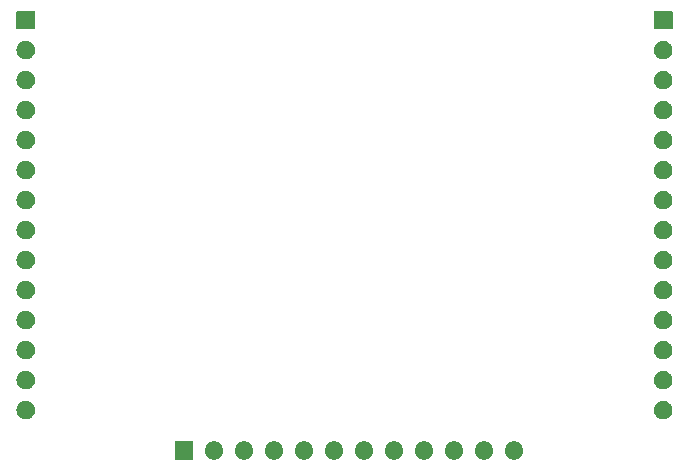
<source format=gbs>
%TF.GenerationSoftware,KiCad,Pcbnew,8.0.0*%
%TF.CreationDate,2024-03-04T00:39:04-06:00*%
%TF.ProjectId,MicrocontrollerTestBoard,4d696372-6f63-46f6-9e74-726f6c6c6572,rev?*%
%TF.SameCoordinates,Original*%
%TF.FileFunction,Soldermask,Bot*%
%TF.FilePolarity,Negative*%
%FSLAX46Y46*%
G04 Gerber Fmt 4.6, Leading zero omitted, Abs format (unit mm)*
G04 Created by KiCad (PCBNEW 8.0.0) date 2024-03-04 00:39:04*
%MOMM*%
%LPD*%
G01*
G04 APERTURE LIST*
G04 APERTURE END LIST*
G36*
X138713034Y-110467764D02*
G01*
X138746125Y-110489875D01*
X138768236Y-110522966D01*
X138776000Y-110562000D01*
X138776000Y-111932000D01*
X138768236Y-111971034D01*
X138746125Y-112004125D01*
X138713034Y-112026236D01*
X138674000Y-112034000D01*
X137304000Y-112034000D01*
X137264966Y-112026236D01*
X137231875Y-112004125D01*
X137209764Y-111971034D01*
X137202000Y-111932000D01*
X137202000Y-110562000D01*
X137209764Y-110522966D01*
X137231875Y-110489875D01*
X137264966Y-110467764D01*
X137304000Y-110460000D01*
X138674000Y-110460000D01*
X138713034Y-110467764D01*
G37*
G36*
X140569737Y-110464590D02*
G01*
X140611234Y-110464590D01*
X140658046Y-110474540D01*
X140704124Y-110479732D01*
X140737628Y-110491455D01*
X140772110Y-110498785D01*
X140821804Y-110520910D01*
X140870467Y-110537938D01*
X140895794Y-110553852D01*
X140922360Y-110565680D01*
X140971901Y-110601673D01*
X141019686Y-110631699D01*
X141036844Y-110648857D01*
X141055418Y-110662352D01*
X141101335Y-110713348D01*
X141144301Y-110756314D01*
X141154183Y-110772042D01*
X141165471Y-110784578D01*
X141204077Y-110851447D01*
X141238062Y-110905533D01*
X141242306Y-110917661D01*
X141247702Y-110927008D01*
X141275337Y-111012061D01*
X141296268Y-111071876D01*
X141297061Y-111078918D01*
X141298528Y-111083432D01*
X141311819Y-111209901D01*
X141316000Y-111247000D01*
X141311819Y-111284101D01*
X141298528Y-111410567D01*
X141297061Y-111415079D01*
X141296268Y-111422124D01*
X141275333Y-111481951D01*
X141247702Y-111566991D01*
X141242306Y-111576335D01*
X141238062Y-111588467D01*
X141204070Y-111642563D01*
X141165471Y-111709421D01*
X141154185Y-111721954D01*
X141144301Y-111737686D01*
X141101326Y-111780660D01*
X141055418Y-111831647D01*
X141036848Y-111845138D01*
X141019686Y-111862301D01*
X140971890Y-111892332D01*
X140922360Y-111928319D01*
X140895799Y-111940144D01*
X140870467Y-111956062D01*
X140821794Y-111973093D01*
X140772110Y-111995214D01*
X140737634Y-112002542D01*
X140704124Y-112014268D01*
X140658043Y-112019460D01*
X140611234Y-112029410D01*
X140569737Y-112029410D01*
X140529000Y-112034000D01*
X140488263Y-112029410D01*
X140446766Y-112029410D01*
X140399955Y-112019460D01*
X140353876Y-112014268D01*
X140320366Y-112002542D01*
X140285889Y-111995214D01*
X140236201Y-111973091D01*
X140187533Y-111956062D01*
X140162202Y-111940145D01*
X140135639Y-111928319D01*
X140086101Y-111892328D01*
X140038314Y-111862301D01*
X140021154Y-111845141D01*
X140002581Y-111831647D01*
X139956663Y-111780650D01*
X139913699Y-111737686D01*
X139903816Y-111721958D01*
X139892528Y-111709421D01*
X139853917Y-111642544D01*
X139819938Y-111588467D01*
X139815694Y-111576339D01*
X139810297Y-111566991D01*
X139782652Y-111481911D01*
X139761732Y-111422124D01*
X139760938Y-111415084D01*
X139759471Y-111410567D01*
X139746165Y-111283969D01*
X139742000Y-111247000D01*
X139746165Y-111210033D01*
X139759471Y-111083432D01*
X139760938Y-111078914D01*
X139761732Y-111071876D01*
X139782648Y-111012101D01*
X139810297Y-110927008D01*
X139815695Y-110917657D01*
X139819938Y-110905533D01*
X139853909Y-110851467D01*
X139892528Y-110784578D01*
X139903818Y-110772038D01*
X139913699Y-110756314D01*
X139956654Y-110713358D01*
X140002581Y-110662352D01*
X140021157Y-110648855D01*
X140038314Y-110631699D01*
X140086096Y-110601675D01*
X140135640Y-110565680D01*
X140162206Y-110553852D01*
X140187533Y-110537938D01*
X140236192Y-110520911D01*
X140285889Y-110498785D01*
X140320372Y-110491455D01*
X140353876Y-110479732D01*
X140399952Y-110474540D01*
X140446766Y-110464590D01*
X140488263Y-110464590D01*
X140529000Y-110460000D01*
X140569737Y-110464590D01*
G37*
G36*
X143109737Y-110464590D02*
G01*
X143151234Y-110464590D01*
X143198046Y-110474540D01*
X143244124Y-110479732D01*
X143277628Y-110491455D01*
X143312110Y-110498785D01*
X143361804Y-110520910D01*
X143410467Y-110537938D01*
X143435794Y-110553852D01*
X143462360Y-110565680D01*
X143511901Y-110601673D01*
X143559686Y-110631699D01*
X143576844Y-110648857D01*
X143595418Y-110662352D01*
X143641335Y-110713348D01*
X143684301Y-110756314D01*
X143694183Y-110772042D01*
X143705471Y-110784578D01*
X143744077Y-110851447D01*
X143778062Y-110905533D01*
X143782306Y-110917661D01*
X143787702Y-110927008D01*
X143815337Y-111012061D01*
X143836268Y-111071876D01*
X143837061Y-111078918D01*
X143838528Y-111083432D01*
X143851819Y-111209901D01*
X143856000Y-111247000D01*
X143851819Y-111284101D01*
X143838528Y-111410567D01*
X143837061Y-111415079D01*
X143836268Y-111422124D01*
X143815333Y-111481951D01*
X143787702Y-111566991D01*
X143782306Y-111576335D01*
X143778062Y-111588467D01*
X143744070Y-111642563D01*
X143705471Y-111709421D01*
X143694185Y-111721954D01*
X143684301Y-111737686D01*
X143641326Y-111780660D01*
X143595418Y-111831647D01*
X143576848Y-111845138D01*
X143559686Y-111862301D01*
X143511890Y-111892332D01*
X143462360Y-111928319D01*
X143435799Y-111940144D01*
X143410467Y-111956062D01*
X143361794Y-111973093D01*
X143312110Y-111995214D01*
X143277634Y-112002542D01*
X143244124Y-112014268D01*
X143198043Y-112019460D01*
X143151234Y-112029410D01*
X143109737Y-112029410D01*
X143069000Y-112034000D01*
X143028263Y-112029410D01*
X142986766Y-112029410D01*
X142939955Y-112019460D01*
X142893876Y-112014268D01*
X142860366Y-112002542D01*
X142825889Y-111995214D01*
X142776201Y-111973091D01*
X142727533Y-111956062D01*
X142702202Y-111940145D01*
X142675639Y-111928319D01*
X142626101Y-111892328D01*
X142578314Y-111862301D01*
X142561154Y-111845141D01*
X142542581Y-111831647D01*
X142496663Y-111780650D01*
X142453699Y-111737686D01*
X142443816Y-111721958D01*
X142432528Y-111709421D01*
X142393917Y-111642544D01*
X142359938Y-111588467D01*
X142355694Y-111576339D01*
X142350297Y-111566991D01*
X142322652Y-111481911D01*
X142301732Y-111422124D01*
X142300938Y-111415084D01*
X142299471Y-111410567D01*
X142286165Y-111283969D01*
X142282000Y-111247000D01*
X142286165Y-111210033D01*
X142299471Y-111083432D01*
X142300938Y-111078914D01*
X142301732Y-111071876D01*
X142322648Y-111012101D01*
X142350297Y-110927008D01*
X142355695Y-110917657D01*
X142359938Y-110905533D01*
X142393909Y-110851467D01*
X142432528Y-110784578D01*
X142443818Y-110772038D01*
X142453699Y-110756314D01*
X142496654Y-110713358D01*
X142542581Y-110662352D01*
X142561157Y-110648855D01*
X142578314Y-110631699D01*
X142626096Y-110601675D01*
X142675640Y-110565680D01*
X142702206Y-110553852D01*
X142727533Y-110537938D01*
X142776192Y-110520911D01*
X142825889Y-110498785D01*
X142860372Y-110491455D01*
X142893876Y-110479732D01*
X142939952Y-110474540D01*
X142986766Y-110464590D01*
X143028263Y-110464590D01*
X143069000Y-110460000D01*
X143109737Y-110464590D01*
G37*
G36*
X145649737Y-110464590D02*
G01*
X145691234Y-110464590D01*
X145738046Y-110474540D01*
X145784124Y-110479732D01*
X145817628Y-110491455D01*
X145852110Y-110498785D01*
X145901804Y-110520910D01*
X145950467Y-110537938D01*
X145975794Y-110553852D01*
X146002360Y-110565680D01*
X146051901Y-110601673D01*
X146099686Y-110631699D01*
X146116844Y-110648857D01*
X146135418Y-110662352D01*
X146181335Y-110713348D01*
X146224301Y-110756314D01*
X146234183Y-110772042D01*
X146245471Y-110784578D01*
X146284077Y-110851447D01*
X146318062Y-110905533D01*
X146322306Y-110917661D01*
X146327702Y-110927008D01*
X146355337Y-111012061D01*
X146376268Y-111071876D01*
X146377061Y-111078918D01*
X146378528Y-111083432D01*
X146391819Y-111209901D01*
X146396000Y-111247000D01*
X146391819Y-111284101D01*
X146378528Y-111410567D01*
X146377061Y-111415079D01*
X146376268Y-111422124D01*
X146355333Y-111481951D01*
X146327702Y-111566991D01*
X146322306Y-111576335D01*
X146318062Y-111588467D01*
X146284070Y-111642563D01*
X146245471Y-111709421D01*
X146234185Y-111721954D01*
X146224301Y-111737686D01*
X146181326Y-111780660D01*
X146135418Y-111831647D01*
X146116848Y-111845138D01*
X146099686Y-111862301D01*
X146051890Y-111892332D01*
X146002360Y-111928319D01*
X145975799Y-111940144D01*
X145950467Y-111956062D01*
X145901794Y-111973093D01*
X145852110Y-111995214D01*
X145817634Y-112002542D01*
X145784124Y-112014268D01*
X145738043Y-112019460D01*
X145691234Y-112029410D01*
X145649737Y-112029410D01*
X145609000Y-112034000D01*
X145568263Y-112029410D01*
X145526766Y-112029410D01*
X145479955Y-112019460D01*
X145433876Y-112014268D01*
X145400366Y-112002542D01*
X145365889Y-111995214D01*
X145316201Y-111973091D01*
X145267533Y-111956062D01*
X145242202Y-111940145D01*
X145215639Y-111928319D01*
X145166101Y-111892328D01*
X145118314Y-111862301D01*
X145101154Y-111845141D01*
X145082581Y-111831647D01*
X145036663Y-111780650D01*
X144993699Y-111737686D01*
X144983816Y-111721958D01*
X144972528Y-111709421D01*
X144933917Y-111642544D01*
X144899938Y-111588467D01*
X144895694Y-111576339D01*
X144890297Y-111566991D01*
X144862652Y-111481911D01*
X144841732Y-111422124D01*
X144840938Y-111415084D01*
X144839471Y-111410567D01*
X144826165Y-111283969D01*
X144822000Y-111247000D01*
X144826165Y-111210033D01*
X144839471Y-111083432D01*
X144840938Y-111078914D01*
X144841732Y-111071876D01*
X144862648Y-111012101D01*
X144890297Y-110927008D01*
X144895695Y-110917657D01*
X144899938Y-110905533D01*
X144933909Y-110851467D01*
X144972528Y-110784578D01*
X144983818Y-110772038D01*
X144993699Y-110756314D01*
X145036654Y-110713358D01*
X145082581Y-110662352D01*
X145101157Y-110648855D01*
X145118314Y-110631699D01*
X145166096Y-110601675D01*
X145215640Y-110565680D01*
X145242206Y-110553852D01*
X145267533Y-110537938D01*
X145316192Y-110520911D01*
X145365889Y-110498785D01*
X145400372Y-110491455D01*
X145433876Y-110479732D01*
X145479952Y-110474540D01*
X145526766Y-110464590D01*
X145568263Y-110464590D01*
X145609000Y-110460000D01*
X145649737Y-110464590D01*
G37*
G36*
X148189737Y-110464590D02*
G01*
X148231234Y-110464590D01*
X148278046Y-110474540D01*
X148324124Y-110479732D01*
X148357628Y-110491455D01*
X148392110Y-110498785D01*
X148441804Y-110520910D01*
X148490467Y-110537938D01*
X148515794Y-110553852D01*
X148542360Y-110565680D01*
X148591901Y-110601673D01*
X148639686Y-110631699D01*
X148656844Y-110648857D01*
X148675418Y-110662352D01*
X148721335Y-110713348D01*
X148764301Y-110756314D01*
X148774183Y-110772042D01*
X148785471Y-110784578D01*
X148824077Y-110851447D01*
X148858062Y-110905533D01*
X148862306Y-110917661D01*
X148867702Y-110927008D01*
X148895337Y-111012061D01*
X148916268Y-111071876D01*
X148917061Y-111078918D01*
X148918528Y-111083432D01*
X148931819Y-111209901D01*
X148936000Y-111247000D01*
X148931819Y-111284101D01*
X148918528Y-111410567D01*
X148917061Y-111415079D01*
X148916268Y-111422124D01*
X148895333Y-111481951D01*
X148867702Y-111566991D01*
X148862306Y-111576335D01*
X148858062Y-111588467D01*
X148824070Y-111642563D01*
X148785471Y-111709421D01*
X148774185Y-111721954D01*
X148764301Y-111737686D01*
X148721326Y-111780660D01*
X148675418Y-111831647D01*
X148656848Y-111845138D01*
X148639686Y-111862301D01*
X148591890Y-111892332D01*
X148542360Y-111928319D01*
X148515799Y-111940144D01*
X148490467Y-111956062D01*
X148441794Y-111973093D01*
X148392110Y-111995214D01*
X148357634Y-112002542D01*
X148324124Y-112014268D01*
X148278043Y-112019460D01*
X148231234Y-112029410D01*
X148189737Y-112029410D01*
X148149000Y-112034000D01*
X148108263Y-112029410D01*
X148066766Y-112029410D01*
X148019955Y-112019460D01*
X147973876Y-112014268D01*
X147940366Y-112002542D01*
X147905889Y-111995214D01*
X147856201Y-111973091D01*
X147807533Y-111956062D01*
X147782202Y-111940145D01*
X147755639Y-111928319D01*
X147706101Y-111892328D01*
X147658314Y-111862301D01*
X147641154Y-111845141D01*
X147622581Y-111831647D01*
X147576663Y-111780650D01*
X147533699Y-111737686D01*
X147523816Y-111721958D01*
X147512528Y-111709421D01*
X147473917Y-111642544D01*
X147439938Y-111588467D01*
X147435694Y-111576339D01*
X147430297Y-111566991D01*
X147402652Y-111481911D01*
X147381732Y-111422124D01*
X147380938Y-111415084D01*
X147379471Y-111410567D01*
X147366165Y-111283969D01*
X147362000Y-111247000D01*
X147366165Y-111210033D01*
X147379471Y-111083432D01*
X147380938Y-111078914D01*
X147381732Y-111071876D01*
X147402648Y-111012101D01*
X147430297Y-110927008D01*
X147435695Y-110917657D01*
X147439938Y-110905533D01*
X147473909Y-110851467D01*
X147512528Y-110784578D01*
X147523818Y-110772038D01*
X147533699Y-110756314D01*
X147576654Y-110713358D01*
X147622581Y-110662352D01*
X147641157Y-110648855D01*
X147658314Y-110631699D01*
X147706096Y-110601675D01*
X147755640Y-110565680D01*
X147782206Y-110553852D01*
X147807533Y-110537938D01*
X147856192Y-110520911D01*
X147905889Y-110498785D01*
X147940372Y-110491455D01*
X147973876Y-110479732D01*
X148019952Y-110474540D01*
X148066766Y-110464590D01*
X148108263Y-110464590D01*
X148149000Y-110460000D01*
X148189737Y-110464590D01*
G37*
G36*
X150729737Y-110464590D02*
G01*
X150771234Y-110464590D01*
X150818046Y-110474540D01*
X150864124Y-110479732D01*
X150897628Y-110491455D01*
X150932110Y-110498785D01*
X150981804Y-110520910D01*
X151030467Y-110537938D01*
X151055794Y-110553852D01*
X151082360Y-110565680D01*
X151131901Y-110601673D01*
X151179686Y-110631699D01*
X151196844Y-110648857D01*
X151215418Y-110662352D01*
X151261335Y-110713348D01*
X151304301Y-110756314D01*
X151314183Y-110772042D01*
X151325471Y-110784578D01*
X151364077Y-110851447D01*
X151398062Y-110905533D01*
X151402306Y-110917661D01*
X151407702Y-110927008D01*
X151435337Y-111012061D01*
X151456268Y-111071876D01*
X151457061Y-111078918D01*
X151458528Y-111083432D01*
X151471819Y-111209901D01*
X151476000Y-111247000D01*
X151471819Y-111284101D01*
X151458528Y-111410567D01*
X151457061Y-111415079D01*
X151456268Y-111422124D01*
X151435333Y-111481951D01*
X151407702Y-111566991D01*
X151402306Y-111576335D01*
X151398062Y-111588467D01*
X151364070Y-111642563D01*
X151325471Y-111709421D01*
X151314185Y-111721954D01*
X151304301Y-111737686D01*
X151261326Y-111780660D01*
X151215418Y-111831647D01*
X151196848Y-111845138D01*
X151179686Y-111862301D01*
X151131890Y-111892332D01*
X151082360Y-111928319D01*
X151055799Y-111940144D01*
X151030467Y-111956062D01*
X150981794Y-111973093D01*
X150932110Y-111995214D01*
X150897634Y-112002542D01*
X150864124Y-112014268D01*
X150818043Y-112019460D01*
X150771234Y-112029410D01*
X150729737Y-112029410D01*
X150689000Y-112034000D01*
X150648263Y-112029410D01*
X150606766Y-112029410D01*
X150559955Y-112019460D01*
X150513876Y-112014268D01*
X150480366Y-112002542D01*
X150445889Y-111995214D01*
X150396201Y-111973091D01*
X150347533Y-111956062D01*
X150322202Y-111940145D01*
X150295639Y-111928319D01*
X150246101Y-111892328D01*
X150198314Y-111862301D01*
X150181154Y-111845141D01*
X150162581Y-111831647D01*
X150116663Y-111780650D01*
X150073699Y-111737686D01*
X150063816Y-111721958D01*
X150052528Y-111709421D01*
X150013917Y-111642544D01*
X149979938Y-111588467D01*
X149975694Y-111576339D01*
X149970297Y-111566991D01*
X149942652Y-111481911D01*
X149921732Y-111422124D01*
X149920938Y-111415084D01*
X149919471Y-111410567D01*
X149906165Y-111283969D01*
X149902000Y-111247000D01*
X149906165Y-111210033D01*
X149919471Y-111083432D01*
X149920938Y-111078914D01*
X149921732Y-111071876D01*
X149942648Y-111012101D01*
X149970297Y-110927008D01*
X149975695Y-110917657D01*
X149979938Y-110905533D01*
X150013909Y-110851467D01*
X150052528Y-110784578D01*
X150063818Y-110772038D01*
X150073699Y-110756314D01*
X150116654Y-110713358D01*
X150162581Y-110662352D01*
X150181157Y-110648855D01*
X150198314Y-110631699D01*
X150246096Y-110601675D01*
X150295640Y-110565680D01*
X150322206Y-110553852D01*
X150347533Y-110537938D01*
X150396192Y-110520911D01*
X150445889Y-110498785D01*
X150480372Y-110491455D01*
X150513876Y-110479732D01*
X150559952Y-110474540D01*
X150606766Y-110464590D01*
X150648263Y-110464590D01*
X150689000Y-110460000D01*
X150729737Y-110464590D01*
G37*
G36*
X153269737Y-110464590D02*
G01*
X153311234Y-110464590D01*
X153358046Y-110474540D01*
X153404124Y-110479732D01*
X153437628Y-110491455D01*
X153472110Y-110498785D01*
X153521804Y-110520910D01*
X153570467Y-110537938D01*
X153595794Y-110553852D01*
X153622360Y-110565680D01*
X153671901Y-110601673D01*
X153719686Y-110631699D01*
X153736844Y-110648857D01*
X153755418Y-110662352D01*
X153801335Y-110713348D01*
X153844301Y-110756314D01*
X153854183Y-110772042D01*
X153865471Y-110784578D01*
X153904077Y-110851447D01*
X153938062Y-110905533D01*
X153942306Y-110917661D01*
X153947702Y-110927008D01*
X153975337Y-111012061D01*
X153996268Y-111071876D01*
X153997061Y-111078918D01*
X153998528Y-111083432D01*
X154011819Y-111209901D01*
X154016000Y-111247000D01*
X154011819Y-111284101D01*
X153998528Y-111410567D01*
X153997061Y-111415079D01*
X153996268Y-111422124D01*
X153975333Y-111481951D01*
X153947702Y-111566991D01*
X153942306Y-111576335D01*
X153938062Y-111588467D01*
X153904070Y-111642563D01*
X153865471Y-111709421D01*
X153854185Y-111721954D01*
X153844301Y-111737686D01*
X153801326Y-111780660D01*
X153755418Y-111831647D01*
X153736848Y-111845138D01*
X153719686Y-111862301D01*
X153671890Y-111892332D01*
X153622360Y-111928319D01*
X153595799Y-111940144D01*
X153570467Y-111956062D01*
X153521794Y-111973093D01*
X153472110Y-111995214D01*
X153437634Y-112002542D01*
X153404124Y-112014268D01*
X153358043Y-112019460D01*
X153311234Y-112029410D01*
X153269737Y-112029410D01*
X153229000Y-112034000D01*
X153188263Y-112029410D01*
X153146766Y-112029410D01*
X153099955Y-112019460D01*
X153053876Y-112014268D01*
X153020366Y-112002542D01*
X152985889Y-111995214D01*
X152936201Y-111973091D01*
X152887533Y-111956062D01*
X152862202Y-111940145D01*
X152835639Y-111928319D01*
X152786101Y-111892328D01*
X152738314Y-111862301D01*
X152721154Y-111845141D01*
X152702581Y-111831647D01*
X152656663Y-111780650D01*
X152613699Y-111737686D01*
X152603816Y-111721958D01*
X152592528Y-111709421D01*
X152553917Y-111642544D01*
X152519938Y-111588467D01*
X152515694Y-111576339D01*
X152510297Y-111566991D01*
X152482652Y-111481911D01*
X152461732Y-111422124D01*
X152460938Y-111415084D01*
X152459471Y-111410567D01*
X152446165Y-111283969D01*
X152442000Y-111247000D01*
X152446165Y-111210033D01*
X152459471Y-111083432D01*
X152460938Y-111078914D01*
X152461732Y-111071876D01*
X152482648Y-111012101D01*
X152510297Y-110927008D01*
X152515695Y-110917657D01*
X152519938Y-110905533D01*
X152553909Y-110851467D01*
X152592528Y-110784578D01*
X152603818Y-110772038D01*
X152613699Y-110756314D01*
X152656654Y-110713358D01*
X152702581Y-110662352D01*
X152721157Y-110648855D01*
X152738314Y-110631699D01*
X152786096Y-110601675D01*
X152835640Y-110565680D01*
X152862206Y-110553852D01*
X152887533Y-110537938D01*
X152936192Y-110520911D01*
X152985889Y-110498785D01*
X153020372Y-110491455D01*
X153053876Y-110479732D01*
X153099952Y-110474540D01*
X153146766Y-110464590D01*
X153188263Y-110464590D01*
X153229000Y-110460000D01*
X153269737Y-110464590D01*
G37*
G36*
X155809737Y-110464590D02*
G01*
X155851234Y-110464590D01*
X155898046Y-110474540D01*
X155944124Y-110479732D01*
X155977628Y-110491455D01*
X156012110Y-110498785D01*
X156061804Y-110520910D01*
X156110467Y-110537938D01*
X156135794Y-110553852D01*
X156162360Y-110565680D01*
X156211901Y-110601673D01*
X156259686Y-110631699D01*
X156276844Y-110648857D01*
X156295418Y-110662352D01*
X156341335Y-110713348D01*
X156384301Y-110756314D01*
X156394183Y-110772042D01*
X156405471Y-110784578D01*
X156444077Y-110851447D01*
X156478062Y-110905533D01*
X156482306Y-110917661D01*
X156487702Y-110927008D01*
X156515337Y-111012061D01*
X156536268Y-111071876D01*
X156537061Y-111078918D01*
X156538528Y-111083432D01*
X156551819Y-111209901D01*
X156556000Y-111247000D01*
X156551819Y-111284101D01*
X156538528Y-111410567D01*
X156537061Y-111415079D01*
X156536268Y-111422124D01*
X156515333Y-111481951D01*
X156487702Y-111566991D01*
X156482306Y-111576335D01*
X156478062Y-111588467D01*
X156444070Y-111642563D01*
X156405471Y-111709421D01*
X156394185Y-111721954D01*
X156384301Y-111737686D01*
X156341326Y-111780660D01*
X156295418Y-111831647D01*
X156276848Y-111845138D01*
X156259686Y-111862301D01*
X156211890Y-111892332D01*
X156162360Y-111928319D01*
X156135799Y-111940144D01*
X156110467Y-111956062D01*
X156061794Y-111973093D01*
X156012110Y-111995214D01*
X155977634Y-112002542D01*
X155944124Y-112014268D01*
X155898043Y-112019460D01*
X155851234Y-112029410D01*
X155809737Y-112029410D01*
X155769000Y-112034000D01*
X155728263Y-112029410D01*
X155686766Y-112029410D01*
X155639955Y-112019460D01*
X155593876Y-112014268D01*
X155560366Y-112002542D01*
X155525889Y-111995214D01*
X155476201Y-111973091D01*
X155427533Y-111956062D01*
X155402202Y-111940145D01*
X155375639Y-111928319D01*
X155326101Y-111892328D01*
X155278314Y-111862301D01*
X155261154Y-111845141D01*
X155242581Y-111831647D01*
X155196663Y-111780650D01*
X155153699Y-111737686D01*
X155143816Y-111721958D01*
X155132528Y-111709421D01*
X155093917Y-111642544D01*
X155059938Y-111588467D01*
X155055694Y-111576339D01*
X155050297Y-111566991D01*
X155022652Y-111481911D01*
X155001732Y-111422124D01*
X155000938Y-111415084D01*
X154999471Y-111410567D01*
X154986165Y-111283969D01*
X154982000Y-111247000D01*
X154986165Y-111210033D01*
X154999471Y-111083432D01*
X155000938Y-111078914D01*
X155001732Y-111071876D01*
X155022648Y-111012101D01*
X155050297Y-110927008D01*
X155055695Y-110917657D01*
X155059938Y-110905533D01*
X155093909Y-110851467D01*
X155132528Y-110784578D01*
X155143818Y-110772038D01*
X155153699Y-110756314D01*
X155196654Y-110713358D01*
X155242581Y-110662352D01*
X155261157Y-110648855D01*
X155278314Y-110631699D01*
X155326096Y-110601675D01*
X155375640Y-110565680D01*
X155402206Y-110553852D01*
X155427533Y-110537938D01*
X155476192Y-110520911D01*
X155525889Y-110498785D01*
X155560372Y-110491455D01*
X155593876Y-110479732D01*
X155639952Y-110474540D01*
X155686766Y-110464590D01*
X155728263Y-110464590D01*
X155769000Y-110460000D01*
X155809737Y-110464590D01*
G37*
G36*
X158349737Y-110464590D02*
G01*
X158391234Y-110464590D01*
X158438046Y-110474540D01*
X158484124Y-110479732D01*
X158517628Y-110491455D01*
X158552110Y-110498785D01*
X158601804Y-110520910D01*
X158650467Y-110537938D01*
X158675794Y-110553852D01*
X158702360Y-110565680D01*
X158751901Y-110601673D01*
X158799686Y-110631699D01*
X158816844Y-110648857D01*
X158835418Y-110662352D01*
X158881335Y-110713348D01*
X158924301Y-110756314D01*
X158934183Y-110772042D01*
X158945471Y-110784578D01*
X158984077Y-110851447D01*
X159018062Y-110905533D01*
X159022306Y-110917661D01*
X159027702Y-110927008D01*
X159055337Y-111012061D01*
X159076268Y-111071876D01*
X159077061Y-111078918D01*
X159078528Y-111083432D01*
X159091819Y-111209901D01*
X159096000Y-111247000D01*
X159091819Y-111284101D01*
X159078528Y-111410567D01*
X159077061Y-111415079D01*
X159076268Y-111422124D01*
X159055333Y-111481951D01*
X159027702Y-111566991D01*
X159022306Y-111576335D01*
X159018062Y-111588467D01*
X158984070Y-111642563D01*
X158945471Y-111709421D01*
X158934185Y-111721954D01*
X158924301Y-111737686D01*
X158881326Y-111780660D01*
X158835418Y-111831647D01*
X158816848Y-111845138D01*
X158799686Y-111862301D01*
X158751890Y-111892332D01*
X158702360Y-111928319D01*
X158675799Y-111940144D01*
X158650467Y-111956062D01*
X158601794Y-111973093D01*
X158552110Y-111995214D01*
X158517634Y-112002542D01*
X158484124Y-112014268D01*
X158438043Y-112019460D01*
X158391234Y-112029410D01*
X158349737Y-112029410D01*
X158309000Y-112034000D01*
X158268263Y-112029410D01*
X158226766Y-112029410D01*
X158179955Y-112019460D01*
X158133876Y-112014268D01*
X158100366Y-112002542D01*
X158065889Y-111995214D01*
X158016201Y-111973091D01*
X157967533Y-111956062D01*
X157942202Y-111940145D01*
X157915639Y-111928319D01*
X157866101Y-111892328D01*
X157818314Y-111862301D01*
X157801154Y-111845141D01*
X157782581Y-111831647D01*
X157736663Y-111780650D01*
X157693699Y-111737686D01*
X157683816Y-111721958D01*
X157672528Y-111709421D01*
X157633917Y-111642544D01*
X157599938Y-111588467D01*
X157595694Y-111576339D01*
X157590297Y-111566991D01*
X157562652Y-111481911D01*
X157541732Y-111422124D01*
X157540938Y-111415084D01*
X157539471Y-111410567D01*
X157526165Y-111283969D01*
X157522000Y-111247000D01*
X157526165Y-111210033D01*
X157539471Y-111083432D01*
X157540938Y-111078914D01*
X157541732Y-111071876D01*
X157562648Y-111012101D01*
X157590297Y-110927008D01*
X157595695Y-110917657D01*
X157599938Y-110905533D01*
X157633909Y-110851467D01*
X157672528Y-110784578D01*
X157683818Y-110772038D01*
X157693699Y-110756314D01*
X157736654Y-110713358D01*
X157782581Y-110662352D01*
X157801157Y-110648855D01*
X157818314Y-110631699D01*
X157866096Y-110601675D01*
X157915640Y-110565680D01*
X157942206Y-110553852D01*
X157967533Y-110537938D01*
X158016192Y-110520911D01*
X158065889Y-110498785D01*
X158100372Y-110491455D01*
X158133876Y-110479732D01*
X158179952Y-110474540D01*
X158226766Y-110464590D01*
X158268263Y-110464590D01*
X158309000Y-110460000D01*
X158349737Y-110464590D01*
G37*
G36*
X160889737Y-110464590D02*
G01*
X160931234Y-110464590D01*
X160978046Y-110474540D01*
X161024124Y-110479732D01*
X161057628Y-110491455D01*
X161092110Y-110498785D01*
X161141804Y-110520910D01*
X161190467Y-110537938D01*
X161215794Y-110553852D01*
X161242360Y-110565680D01*
X161291901Y-110601673D01*
X161339686Y-110631699D01*
X161356844Y-110648857D01*
X161375418Y-110662352D01*
X161421335Y-110713348D01*
X161464301Y-110756314D01*
X161474183Y-110772042D01*
X161485471Y-110784578D01*
X161524077Y-110851447D01*
X161558062Y-110905533D01*
X161562306Y-110917661D01*
X161567702Y-110927008D01*
X161595337Y-111012061D01*
X161616268Y-111071876D01*
X161617061Y-111078918D01*
X161618528Y-111083432D01*
X161631819Y-111209901D01*
X161636000Y-111247000D01*
X161631819Y-111284101D01*
X161618528Y-111410567D01*
X161617061Y-111415079D01*
X161616268Y-111422124D01*
X161595333Y-111481951D01*
X161567702Y-111566991D01*
X161562306Y-111576335D01*
X161558062Y-111588467D01*
X161524070Y-111642563D01*
X161485471Y-111709421D01*
X161474185Y-111721954D01*
X161464301Y-111737686D01*
X161421326Y-111780660D01*
X161375418Y-111831647D01*
X161356848Y-111845138D01*
X161339686Y-111862301D01*
X161291890Y-111892332D01*
X161242360Y-111928319D01*
X161215799Y-111940144D01*
X161190467Y-111956062D01*
X161141794Y-111973093D01*
X161092110Y-111995214D01*
X161057634Y-112002542D01*
X161024124Y-112014268D01*
X160978043Y-112019460D01*
X160931234Y-112029410D01*
X160889737Y-112029410D01*
X160849000Y-112034000D01*
X160808263Y-112029410D01*
X160766766Y-112029410D01*
X160719955Y-112019460D01*
X160673876Y-112014268D01*
X160640366Y-112002542D01*
X160605889Y-111995214D01*
X160556201Y-111973091D01*
X160507533Y-111956062D01*
X160482202Y-111940145D01*
X160455639Y-111928319D01*
X160406101Y-111892328D01*
X160358314Y-111862301D01*
X160341154Y-111845141D01*
X160322581Y-111831647D01*
X160276663Y-111780650D01*
X160233699Y-111737686D01*
X160223816Y-111721958D01*
X160212528Y-111709421D01*
X160173917Y-111642544D01*
X160139938Y-111588467D01*
X160135694Y-111576339D01*
X160130297Y-111566991D01*
X160102652Y-111481911D01*
X160081732Y-111422124D01*
X160080938Y-111415084D01*
X160079471Y-111410567D01*
X160066165Y-111283969D01*
X160062000Y-111247000D01*
X160066165Y-111210033D01*
X160079471Y-111083432D01*
X160080938Y-111078914D01*
X160081732Y-111071876D01*
X160102648Y-111012101D01*
X160130297Y-110927008D01*
X160135695Y-110917657D01*
X160139938Y-110905533D01*
X160173909Y-110851467D01*
X160212528Y-110784578D01*
X160223818Y-110772038D01*
X160233699Y-110756314D01*
X160276654Y-110713358D01*
X160322581Y-110662352D01*
X160341157Y-110648855D01*
X160358314Y-110631699D01*
X160406096Y-110601675D01*
X160455640Y-110565680D01*
X160482206Y-110553852D01*
X160507533Y-110537938D01*
X160556192Y-110520911D01*
X160605889Y-110498785D01*
X160640372Y-110491455D01*
X160673876Y-110479732D01*
X160719952Y-110474540D01*
X160766766Y-110464590D01*
X160808263Y-110464590D01*
X160849000Y-110460000D01*
X160889737Y-110464590D01*
G37*
G36*
X163429737Y-110464590D02*
G01*
X163471234Y-110464590D01*
X163518046Y-110474540D01*
X163564124Y-110479732D01*
X163597628Y-110491455D01*
X163632110Y-110498785D01*
X163681804Y-110520910D01*
X163730467Y-110537938D01*
X163755794Y-110553852D01*
X163782360Y-110565680D01*
X163831901Y-110601673D01*
X163879686Y-110631699D01*
X163896844Y-110648857D01*
X163915418Y-110662352D01*
X163961335Y-110713348D01*
X164004301Y-110756314D01*
X164014183Y-110772042D01*
X164025471Y-110784578D01*
X164064077Y-110851447D01*
X164098062Y-110905533D01*
X164102306Y-110917661D01*
X164107702Y-110927008D01*
X164135337Y-111012061D01*
X164156268Y-111071876D01*
X164157061Y-111078918D01*
X164158528Y-111083432D01*
X164171819Y-111209901D01*
X164176000Y-111247000D01*
X164171819Y-111284101D01*
X164158528Y-111410567D01*
X164157061Y-111415079D01*
X164156268Y-111422124D01*
X164135333Y-111481951D01*
X164107702Y-111566991D01*
X164102306Y-111576335D01*
X164098062Y-111588467D01*
X164064070Y-111642563D01*
X164025471Y-111709421D01*
X164014185Y-111721954D01*
X164004301Y-111737686D01*
X163961326Y-111780660D01*
X163915418Y-111831647D01*
X163896848Y-111845138D01*
X163879686Y-111862301D01*
X163831890Y-111892332D01*
X163782360Y-111928319D01*
X163755799Y-111940144D01*
X163730467Y-111956062D01*
X163681794Y-111973093D01*
X163632110Y-111995214D01*
X163597634Y-112002542D01*
X163564124Y-112014268D01*
X163518043Y-112019460D01*
X163471234Y-112029410D01*
X163429737Y-112029410D01*
X163389000Y-112034000D01*
X163348263Y-112029410D01*
X163306766Y-112029410D01*
X163259955Y-112019460D01*
X163213876Y-112014268D01*
X163180366Y-112002542D01*
X163145889Y-111995214D01*
X163096201Y-111973091D01*
X163047533Y-111956062D01*
X163022202Y-111940145D01*
X162995639Y-111928319D01*
X162946101Y-111892328D01*
X162898314Y-111862301D01*
X162881154Y-111845141D01*
X162862581Y-111831647D01*
X162816663Y-111780650D01*
X162773699Y-111737686D01*
X162763816Y-111721958D01*
X162752528Y-111709421D01*
X162713917Y-111642544D01*
X162679938Y-111588467D01*
X162675694Y-111576339D01*
X162670297Y-111566991D01*
X162642652Y-111481911D01*
X162621732Y-111422124D01*
X162620938Y-111415084D01*
X162619471Y-111410567D01*
X162606165Y-111283969D01*
X162602000Y-111247000D01*
X162606165Y-111210033D01*
X162619471Y-111083432D01*
X162620938Y-111078914D01*
X162621732Y-111071876D01*
X162642648Y-111012101D01*
X162670297Y-110927008D01*
X162675695Y-110917657D01*
X162679938Y-110905533D01*
X162713909Y-110851467D01*
X162752528Y-110784578D01*
X162763818Y-110772038D01*
X162773699Y-110756314D01*
X162816654Y-110713358D01*
X162862581Y-110662352D01*
X162881157Y-110648855D01*
X162898314Y-110631699D01*
X162946096Y-110601675D01*
X162995640Y-110565680D01*
X163022206Y-110553852D01*
X163047533Y-110537938D01*
X163096192Y-110520911D01*
X163145889Y-110498785D01*
X163180372Y-110491455D01*
X163213876Y-110479732D01*
X163259952Y-110474540D01*
X163306766Y-110464590D01*
X163348263Y-110464590D01*
X163389000Y-110460000D01*
X163429737Y-110464590D01*
G37*
G36*
X165969737Y-110464590D02*
G01*
X166011234Y-110464590D01*
X166058046Y-110474540D01*
X166104124Y-110479732D01*
X166137628Y-110491455D01*
X166172110Y-110498785D01*
X166221804Y-110520910D01*
X166270467Y-110537938D01*
X166295794Y-110553852D01*
X166322360Y-110565680D01*
X166371901Y-110601673D01*
X166419686Y-110631699D01*
X166436844Y-110648857D01*
X166455418Y-110662352D01*
X166501335Y-110713348D01*
X166544301Y-110756314D01*
X166554183Y-110772042D01*
X166565471Y-110784578D01*
X166604077Y-110851447D01*
X166638062Y-110905533D01*
X166642306Y-110917661D01*
X166647702Y-110927008D01*
X166675337Y-111012061D01*
X166696268Y-111071876D01*
X166697061Y-111078918D01*
X166698528Y-111083432D01*
X166711819Y-111209901D01*
X166716000Y-111247000D01*
X166711819Y-111284101D01*
X166698528Y-111410567D01*
X166697061Y-111415079D01*
X166696268Y-111422124D01*
X166675333Y-111481951D01*
X166647702Y-111566991D01*
X166642306Y-111576335D01*
X166638062Y-111588467D01*
X166604070Y-111642563D01*
X166565471Y-111709421D01*
X166554185Y-111721954D01*
X166544301Y-111737686D01*
X166501326Y-111780660D01*
X166455418Y-111831647D01*
X166436848Y-111845138D01*
X166419686Y-111862301D01*
X166371890Y-111892332D01*
X166322360Y-111928319D01*
X166295799Y-111940144D01*
X166270467Y-111956062D01*
X166221794Y-111973093D01*
X166172110Y-111995214D01*
X166137634Y-112002542D01*
X166104124Y-112014268D01*
X166058043Y-112019460D01*
X166011234Y-112029410D01*
X165969737Y-112029410D01*
X165929000Y-112034000D01*
X165888263Y-112029410D01*
X165846766Y-112029410D01*
X165799955Y-112019460D01*
X165753876Y-112014268D01*
X165720366Y-112002542D01*
X165685889Y-111995214D01*
X165636201Y-111973091D01*
X165587533Y-111956062D01*
X165562202Y-111940145D01*
X165535639Y-111928319D01*
X165486101Y-111892328D01*
X165438314Y-111862301D01*
X165421154Y-111845141D01*
X165402581Y-111831647D01*
X165356663Y-111780650D01*
X165313699Y-111737686D01*
X165303816Y-111721958D01*
X165292528Y-111709421D01*
X165253917Y-111642544D01*
X165219938Y-111588467D01*
X165215694Y-111576339D01*
X165210297Y-111566991D01*
X165182652Y-111481911D01*
X165161732Y-111422124D01*
X165160938Y-111415084D01*
X165159471Y-111410567D01*
X165146165Y-111283969D01*
X165142000Y-111247000D01*
X165146165Y-111210033D01*
X165159471Y-111083432D01*
X165160938Y-111078914D01*
X165161732Y-111071876D01*
X165182648Y-111012101D01*
X165210297Y-110927008D01*
X165215695Y-110917657D01*
X165219938Y-110905533D01*
X165253909Y-110851467D01*
X165292528Y-110784578D01*
X165303818Y-110772038D01*
X165313699Y-110756314D01*
X165356654Y-110713358D01*
X165402581Y-110662352D01*
X165421157Y-110648855D01*
X165438314Y-110631699D01*
X165486096Y-110601675D01*
X165535640Y-110565680D01*
X165562206Y-110553852D01*
X165587533Y-110537938D01*
X165636192Y-110520911D01*
X165685889Y-110498785D01*
X165720372Y-110491455D01*
X165753876Y-110479732D01*
X165799952Y-110474540D01*
X165846766Y-110464590D01*
X165888263Y-110464590D01*
X165929000Y-110460000D01*
X165969737Y-110464590D01*
G37*
G36*
X124627737Y-107040590D02*
G01*
X124669234Y-107040590D01*
X124716046Y-107050540D01*
X124762124Y-107055732D01*
X124795628Y-107067455D01*
X124830110Y-107074785D01*
X124879804Y-107096910D01*
X124928467Y-107113938D01*
X124953794Y-107129852D01*
X124980360Y-107141680D01*
X125029901Y-107177673D01*
X125077686Y-107207699D01*
X125094844Y-107224857D01*
X125113418Y-107238352D01*
X125159335Y-107289348D01*
X125202301Y-107332314D01*
X125212183Y-107348042D01*
X125223471Y-107360578D01*
X125262077Y-107427447D01*
X125296062Y-107481533D01*
X125300306Y-107493661D01*
X125305702Y-107503008D01*
X125333337Y-107588061D01*
X125354268Y-107647876D01*
X125355061Y-107654918D01*
X125356528Y-107659432D01*
X125369819Y-107785901D01*
X125374000Y-107823000D01*
X125369819Y-107860101D01*
X125356528Y-107986567D01*
X125355061Y-107991079D01*
X125354268Y-107998124D01*
X125333333Y-108057951D01*
X125305702Y-108142991D01*
X125300306Y-108152335D01*
X125296062Y-108164467D01*
X125262070Y-108218563D01*
X125223471Y-108285421D01*
X125212185Y-108297954D01*
X125202301Y-108313686D01*
X125159326Y-108356660D01*
X125113418Y-108407647D01*
X125094848Y-108421138D01*
X125077686Y-108438301D01*
X125029890Y-108468332D01*
X124980360Y-108504319D01*
X124953799Y-108516144D01*
X124928467Y-108532062D01*
X124879794Y-108549093D01*
X124830110Y-108571214D01*
X124795634Y-108578542D01*
X124762124Y-108590268D01*
X124716043Y-108595460D01*
X124669234Y-108605410D01*
X124627737Y-108605410D01*
X124587000Y-108610000D01*
X124546263Y-108605410D01*
X124504766Y-108605410D01*
X124457955Y-108595460D01*
X124411876Y-108590268D01*
X124378366Y-108578542D01*
X124343889Y-108571214D01*
X124294201Y-108549091D01*
X124245533Y-108532062D01*
X124220202Y-108516145D01*
X124193639Y-108504319D01*
X124144101Y-108468328D01*
X124096314Y-108438301D01*
X124079154Y-108421141D01*
X124060581Y-108407647D01*
X124014663Y-108356650D01*
X123971699Y-108313686D01*
X123961816Y-108297958D01*
X123950528Y-108285421D01*
X123911917Y-108218544D01*
X123877938Y-108164467D01*
X123873694Y-108152339D01*
X123868297Y-108142991D01*
X123840652Y-108057911D01*
X123819732Y-107998124D01*
X123818938Y-107991084D01*
X123817471Y-107986567D01*
X123804165Y-107859969D01*
X123800000Y-107823000D01*
X123804165Y-107786033D01*
X123817471Y-107659432D01*
X123818938Y-107654914D01*
X123819732Y-107647876D01*
X123840648Y-107588101D01*
X123868297Y-107503008D01*
X123873695Y-107493657D01*
X123877938Y-107481533D01*
X123911909Y-107427467D01*
X123950528Y-107360578D01*
X123961818Y-107348038D01*
X123971699Y-107332314D01*
X124014654Y-107289358D01*
X124060581Y-107238352D01*
X124079157Y-107224855D01*
X124096314Y-107207699D01*
X124144096Y-107177675D01*
X124193640Y-107141680D01*
X124220206Y-107129852D01*
X124245533Y-107113938D01*
X124294192Y-107096911D01*
X124343889Y-107074785D01*
X124378372Y-107067455D01*
X124411876Y-107055732D01*
X124457952Y-107050540D01*
X124504766Y-107040590D01*
X124546263Y-107040590D01*
X124587000Y-107036000D01*
X124627737Y-107040590D01*
G37*
G36*
X178602737Y-107040590D02*
G01*
X178644234Y-107040590D01*
X178691046Y-107050540D01*
X178737124Y-107055732D01*
X178770628Y-107067455D01*
X178805110Y-107074785D01*
X178854804Y-107096910D01*
X178903467Y-107113938D01*
X178928794Y-107129852D01*
X178955360Y-107141680D01*
X179004901Y-107177673D01*
X179052686Y-107207699D01*
X179069844Y-107224857D01*
X179088418Y-107238352D01*
X179134335Y-107289348D01*
X179177301Y-107332314D01*
X179187183Y-107348042D01*
X179198471Y-107360578D01*
X179237077Y-107427447D01*
X179271062Y-107481533D01*
X179275306Y-107493661D01*
X179280702Y-107503008D01*
X179308337Y-107588061D01*
X179329268Y-107647876D01*
X179330061Y-107654918D01*
X179331528Y-107659432D01*
X179344819Y-107785901D01*
X179349000Y-107823000D01*
X179344819Y-107860101D01*
X179331528Y-107986567D01*
X179330061Y-107991079D01*
X179329268Y-107998124D01*
X179308333Y-108057951D01*
X179280702Y-108142991D01*
X179275306Y-108152335D01*
X179271062Y-108164467D01*
X179237070Y-108218563D01*
X179198471Y-108285421D01*
X179187185Y-108297954D01*
X179177301Y-108313686D01*
X179134326Y-108356660D01*
X179088418Y-108407647D01*
X179069848Y-108421138D01*
X179052686Y-108438301D01*
X179004890Y-108468332D01*
X178955360Y-108504319D01*
X178928799Y-108516144D01*
X178903467Y-108532062D01*
X178854794Y-108549093D01*
X178805110Y-108571214D01*
X178770634Y-108578542D01*
X178737124Y-108590268D01*
X178691043Y-108595460D01*
X178644234Y-108605410D01*
X178602737Y-108605410D01*
X178562000Y-108610000D01*
X178521263Y-108605410D01*
X178479766Y-108605410D01*
X178432955Y-108595460D01*
X178386876Y-108590268D01*
X178353366Y-108578542D01*
X178318889Y-108571214D01*
X178269201Y-108549091D01*
X178220533Y-108532062D01*
X178195202Y-108516145D01*
X178168639Y-108504319D01*
X178119101Y-108468328D01*
X178071314Y-108438301D01*
X178054154Y-108421141D01*
X178035581Y-108407647D01*
X177989663Y-108356650D01*
X177946699Y-108313686D01*
X177936816Y-108297958D01*
X177925528Y-108285421D01*
X177886917Y-108218544D01*
X177852938Y-108164467D01*
X177848694Y-108152339D01*
X177843297Y-108142991D01*
X177815652Y-108057911D01*
X177794732Y-107998124D01*
X177793938Y-107991084D01*
X177792471Y-107986567D01*
X177779165Y-107859969D01*
X177775000Y-107823000D01*
X177779165Y-107786033D01*
X177792471Y-107659432D01*
X177793938Y-107654914D01*
X177794732Y-107647876D01*
X177815648Y-107588101D01*
X177843297Y-107503008D01*
X177848695Y-107493657D01*
X177852938Y-107481533D01*
X177886909Y-107427467D01*
X177925528Y-107360578D01*
X177936818Y-107348038D01*
X177946699Y-107332314D01*
X177989654Y-107289358D01*
X178035581Y-107238352D01*
X178054157Y-107224855D01*
X178071314Y-107207699D01*
X178119096Y-107177675D01*
X178168640Y-107141680D01*
X178195206Y-107129852D01*
X178220533Y-107113938D01*
X178269192Y-107096911D01*
X178318889Y-107074785D01*
X178353372Y-107067455D01*
X178386876Y-107055732D01*
X178432952Y-107050540D01*
X178479766Y-107040590D01*
X178521263Y-107040590D01*
X178562000Y-107036000D01*
X178602737Y-107040590D01*
G37*
G36*
X124627737Y-104500590D02*
G01*
X124669234Y-104500590D01*
X124716046Y-104510540D01*
X124762124Y-104515732D01*
X124795628Y-104527455D01*
X124830110Y-104534785D01*
X124879804Y-104556910D01*
X124928467Y-104573938D01*
X124953794Y-104589852D01*
X124980360Y-104601680D01*
X125029901Y-104637673D01*
X125077686Y-104667699D01*
X125094844Y-104684857D01*
X125113418Y-104698352D01*
X125159335Y-104749348D01*
X125202301Y-104792314D01*
X125212183Y-104808042D01*
X125223471Y-104820578D01*
X125262077Y-104887447D01*
X125296062Y-104941533D01*
X125300306Y-104953661D01*
X125305702Y-104963008D01*
X125333337Y-105048061D01*
X125354268Y-105107876D01*
X125355061Y-105114918D01*
X125356528Y-105119432D01*
X125369819Y-105245901D01*
X125374000Y-105283000D01*
X125369819Y-105320101D01*
X125356528Y-105446567D01*
X125355061Y-105451079D01*
X125354268Y-105458124D01*
X125333333Y-105517951D01*
X125305702Y-105602991D01*
X125300306Y-105612335D01*
X125296062Y-105624467D01*
X125262070Y-105678563D01*
X125223471Y-105745421D01*
X125212185Y-105757954D01*
X125202301Y-105773686D01*
X125159326Y-105816660D01*
X125113418Y-105867647D01*
X125094848Y-105881138D01*
X125077686Y-105898301D01*
X125029890Y-105928332D01*
X124980360Y-105964319D01*
X124953799Y-105976144D01*
X124928467Y-105992062D01*
X124879794Y-106009093D01*
X124830110Y-106031214D01*
X124795634Y-106038542D01*
X124762124Y-106050268D01*
X124716043Y-106055460D01*
X124669234Y-106065410D01*
X124627737Y-106065410D01*
X124587000Y-106070000D01*
X124546263Y-106065410D01*
X124504766Y-106065410D01*
X124457955Y-106055460D01*
X124411876Y-106050268D01*
X124378366Y-106038542D01*
X124343889Y-106031214D01*
X124294201Y-106009091D01*
X124245533Y-105992062D01*
X124220202Y-105976145D01*
X124193639Y-105964319D01*
X124144101Y-105928328D01*
X124096314Y-105898301D01*
X124079154Y-105881141D01*
X124060581Y-105867647D01*
X124014663Y-105816650D01*
X123971699Y-105773686D01*
X123961816Y-105757958D01*
X123950528Y-105745421D01*
X123911917Y-105678544D01*
X123877938Y-105624467D01*
X123873694Y-105612339D01*
X123868297Y-105602991D01*
X123840652Y-105517911D01*
X123819732Y-105458124D01*
X123818938Y-105451084D01*
X123817471Y-105446567D01*
X123804165Y-105319969D01*
X123800000Y-105283000D01*
X123804165Y-105246033D01*
X123817471Y-105119432D01*
X123818938Y-105114914D01*
X123819732Y-105107876D01*
X123840648Y-105048101D01*
X123868297Y-104963008D01*
X123873695Y-104953657D01*
X123877938Y-104941533D01*
X123911909Y-104887467D01*
X123950528Y-104820578D01*
X123961818Y-104808038D01*
X123971699Y-104792314D01*
X124014654Y-104749358D01*
X124060581Y-104698352D01*
X124079157Y-104684855D01*
X124096314Y-104667699D01*
X124144096Y-104637675D01*
X124193640Y-104601680D01*
X124220206Y-104589852D01*
X124245533Y-104573938D01*
X124294192Y-104556911D01*
X124343889Y-104534785D01*
X124378372Y-104527455D01*
X124411876Y-104515732D01*
X124457952Y-104510540D01*
X124504766Y-104500590D01*
X124546263Y-104500590D01*
X124587000Y-104496000D01*
X124627737Y-104500590D01*
G37*
G36*
X178602737Y-104500590D02*
G01*
X178644234Y-104500590D01*
X178691046Y-104510540D01*
X178737124Y-104515732D01*
X178770628Y-104527455D01*
X178805110Y-104534785D01*
X178854804Y-104556910D01*
X178903467Y-104573938D01*
X178928794Y-104589852D01*
X178955360Y-104601680D01*
X179004901Y-104637673D01*
X179052686Y-104667699D01*
X179069844Y-104684857D01*
X179088418Y-104698352D01*
X179134335Y-104749348D01*
X179177301Y-104792314D01*
X179187183Y-104808042D01*
X179198471Y-104820578D01*
X179237077Y-104887447D01*
X179271062Y-104941533D01*
X179275306Y-104953661D01*
X179280702Y-104963008D01*
X179308337Y-105048061D01*
X179329268Y-105107876D01*
X179330061Y-105114918D01*
X179331528Y-105119432D01*
X179344819Y-105245901D01*
X179349000Y-105283000D01*
X179344819Y-105320101D01*
X179331528Y-105446567D01*
X179330061Y-105451079D01*
X179329268Y-105458124D01*
X179308333Y-105517951D01*
X179280702Y-105602991D01*
X179275306Y-105612335D01*
X179271062Y-105624467D01*
X179237070Y-105678563D01*
X179198471Y-105745421D01*
X179187185Y-105757954D01*
X179177301Y-105773686D01*
X179134326Y-105816660D01*
X179088418Y-105867647D01*
X179069848Y-105881138D01*
X179052686Y-105898301D01*
X179004890Y-105928332D01*
X178955360Y-105964319D01*
X178928799Y-105976144D01*
X178903467Y-105992062D01*
X178854794Y-106009093D01*
X178805110Y-106031214D01*
X178770634Y-106038542D01*
X178737124Y-106050268D01*
X178691043Y-106055460D01*
X178644234Y-106065410D01*
X178602737Y-106065410D01*
X178562000Y-106070000D01*
X178521263Y-106065410D01*
X178479766Y-106065410D01*
X178432955Y-106055460D01*
X178386876Y-106050268D01*
X178353366Y-106038542D01*
X178318889Y-106031214D01*
X178269201Y-106009091D01*
X178220533Y-105992062D01*
X178195202Y-105976145D01*
X178168639Y-105964319D01*
X178119101Y-105928328D01*
X178071314Y-105898301D01*
X178054154Y-105881141D01*
X178035581Y-105867647D01*
X177989663Y-105816650D01*
X177946699Y-105773686D01*
X177936816Y-105757958D01*
X177925528Y-105745421D01*
X177886917Y-105678544D01*
X177852938Y-105624467D01*
X177848694Y-105612339D01*
X177843297Y-105602991D01*
X177815652Y-105517911D01*
X177794732Y-105458124D01*
X177793938Y-105451084D01*
X177792471Y-105446567D01*
X177779165Y-105319969D01*
X177775000Y-105283000D01*
X177779165Y-105246033D01*
X177792471Y-105119432D01*
X177793938Y-105114914D01*
X177794732Y-105107876D01*
X177815648Y-105048101D01*
X177843297Y-104963008D01*
X177848695Y-104953657D01*
X177852938Y-104941533D01*
X177886909Y-104887467D01*
X177925528Y-104820578D01*
X177936818Y-104808038D01*
X177946699Y-104792314D01*
X177989654Y-104749358D01*
X178035581Y-104698352D01*
X178054157Y-104684855D01*
X178071314Y-104667699D01*
X178119096Y-104637675D01*
X178168640Y-104601680D01*
X178195206Y-104589852D01*
X178220533Y-104573938D01*
X178269192Y-104556911D01*
X178318889Y-104534785D01*
X178353372Y-104527455D01*
X178386876Y-104515732D01*
X178432952Y-104510540D01*
X178479766Y-104500590D01*
X178521263Y-104500590D01*
X178562000Y-104496000D01*
X178602737Y-104500590D01*
G37*
G36*
X124627737Y-101960590D02*
G01*
X124669234Y-101960590D01*
X124716046Y-101970540D01*
X124762124Y-101975732D01*
X124795628Y-101987455D01*
X124830110Y-101994785D01*
X124879804Y-102016910D01*
X124928467Y-102033938D01*
X124953794Y-102049852D01*
X124980360Y-102061680D01*
X125029901Y-102097673D01*
X125077686Y-102127699D01*
X125094844Y-102144857D01*
X125113418Y-102158352D01*
X125159335Y-102209348D01*
X125202301Y-102252314D01*
X125212183Y-102268042D01*
X125223471Y-102280578D01*
X125262077Y-102347447D01*
X125296062Y-102401533D01*
X125300306Y-102413661D01*
X125305702Y-102423008D01*
X125333337Y-102508061D01*
X125354268Y-102567876D01*
X125355061Y-102574918D01*
X125356528Y-102579432D01*
X125369819Y-102705901D01*
X125374000Y-102743000D01*
X125369819Y-102780101D01*
X125356528Y-102906567D01*
X125355061Y-102911079D01*
X125354268Y-102918124D01*
X125333333Y-102977951D01*
X125305702Y-103062991D01*
X125300306Y-103072335D01*
X125296062Y-103084467D01*
X125262070Y-103138563D01*
X125223471Y-103205421D01*
X125212185Y-103217954D01*
X125202301Y-103233686D01*
X125159326Y-103276660D01*
X125113418Y-103327647D01*
X125094848Y-103341138D01*
X125077686Y-103358301D01*
X125029890Y-103388332D01*
X124980360Y-103424319D01*
X124953799Y-103436144D01*
X124928467Y-103452062D01*
X124879794Y-103469093D01*
X124830110Y-103491214D01*
X124795634Y-103498542D01*
X124762124Y-103510268D01*
X124716043Y-103515460D01*
X124669234Y-103525410D01*
X124627737Y-103525410D01*
X124587000Y-103530000D01*
X124546263Y-103525410D01*
X124504766Y-103525410D01*
X124457955Y-103515460D01*
X124411876Y-103510268D01*
X124378366Y-103498542D01*
X124343889Y-103491214D01*
X124294201Y-103469091D01*
X124245533Y-103452062D01*
X124220202Y-103436145D01*
X124193639Y-103424319D01*
X124144101Y-103388328D01*
X124096314Y-103358301D01*
X124079154Y-103341141D01*
X124060581Y-103327647D01*
X124014663Y-103276650D01*
X123971699Y-103233686D01*
X123961816Y-103217958D01*
X123950528Y-103205421D01*
X123911917Y-103138544D01*
X123877938Y-103084467D01*
X123873694Y-103072339D01*
X123868297Y-103062991D01*
X123840652Y-102977911D01*
X123819732Y-102918124D01*
X123818938Y-102911084D01*
X123817471Y-102906567D01*
X123804165Y-102779969D01*
X123800000Y-102743000D01*
X123804165Y-102706033D01*
X123817471Y-102579432D01*
X123818938Y-102574914D01*
X123819732Y-102567876D01*
X123840648Y-102508101D01*
X123868297Y-102423008D01*
X123873695Y-102413657D01*
X123877938Y-102401533D01*
X123911909Y-102347467D01*
X123950528Y-102280578D01*
X123961818Y-102268038D01*
X123971699Y-102252314D01*
X124014654Y-102209358D01*
X124060581Y-102158352D01*
X124079157Y-102144855D01*
X124096314Y-102127699D01*
X124144096Y-102097675D01*
X124193640Y-102061680D01*
X124220206Y-102049852D01*
X124245533Y-102033938D01*
X124294192Y-102016911D01*
X124343889Y-101994785D01*
X124378372Y-101987455D01*
X124411876Y-101975732D01*
X124457952Y-101970540D01*
X124504766Y-101960590D01*
X124546263Y-101960590D01*
X124587000Y-101956000D01*
X124627737Y-101960590D01*
G37*
G36*
X178602737Y-101960590D02*
G01*
X178644234Y-101960590D01*
X178691046Y-101970540D01*
X178737124Y-101975732D01*
X178770628Y-101987455D01*
X178805110Y-101994785D01*
X178854804Y-102016910D01*
X178903467Y-102033938D01*
X178928794Y-102049852D01*
X178955360Y-102061680D01*
X179004901Y-102097673D01*
X179052686Y-102127699D01*
X179069844Y-102144857D01*
X179088418Y-102158352D01*
X179134335Y-102209348D01*
X179177301Y-102252314D01*
X179187183Y-102268042D01*
X179198471Y-102280578D01*
X179237077Y-102347447D01*
X179271062Y-102401533D01*
X179275306Y-102413661D01*
X179280702Y-102423008D01*
X179308337Y-102508061D01*
X179329268Y-102567876D01*
X179330061Y-102574918D01*
X179331528Y-102579432D01*
X179344819Y-102705901D01*
X179349000Y-102743000D01*
X179344819Y-102780101D01*
X179331528Y-102906567D01*
X179330061Y-102911079D01*
X179329268Y-102918124D01*
X179308333Y-102977951D01*
X179280702Y-103062991D01*
X179275306Y-103072335D01*
X179271062Y-103084467D01*
X179237070Y-103138563D01*
X179198471Y-103205421D01*
X179187185Y-103217954D01*
X179177301Y-103233686D01*
X179134326Y-103276660D01*
X179088418Y-103327647D01*
X179069848Y-103341138D01*
X179052686Y-103358301D01*
X179004890Y-103388332D01*
X178955360Y-103424319D01*
X178928799Y-103436144D01*
X178903467Y-103452062D01*
X178854794Y-103469093D01*
X178805110Y-103491214D01*
X178770634Y-103498542D01*
X178737124Y-103510268D01*
X178691043Y-103515460D01*
X178644234Y-103525410D01*
X178602737Y-103525410D01*
X178562000Y-103530000D01*
X178521263Y-103525410D01*
X178479766Y-103525410D01*
X178432955Y-103515460D01*
X178386876Y-103510268D01*
X178353366Y-103498542D01*
X178318889Y-103491214D01*
X178269201Y-103469091D01*
X178220533Y-103452062D01*
X178195202Y-103436145D01*
X178168639Y-103424319D01*
X178119101Y-103388328D01*
X178071314Y-103358301D01*
X178054154Y-103341141D01*
X178035581Y-103327647D01*
X177989663Y-103276650D01*
X177946699Y-103233686D01*
X177936816Y-103217958D01*
X177925528Y-103205421D01*
X177886917Y-103138544D01*
X177852938Y-103084467D01*
X177848694Y-103072339D01*
X177843297Y-103062991D01*
X177815652Y-102977911D01*
X177794732Y-102918124D01*
X177793938Y-102911084D01*
X177792471Y-102906567D01*
X177779165Y-102779969D01*
X177775000Y-102743000D01*
X177779165Y-102706033D01*
X177792471Y-102579432D01*
X177793938Y-102574914D01*
X177794732Y-102567876D01*
X177815648Y-102508101D01*
X177843297Y-102423008D01*
X177848695Y-102413657D01*
X177852938Y-102401533D01*
X177886909Y-102347467D01*
X177925528Y-102280578D01*
X177936818Y-102268038D01*
X177946699Y-102252314D01*
X177989654Y-102209358D01*
X178035581Y-102158352D01*
X178054157Y-102144855D01*
X178071314Y-102127699D01*
X178119096Y-102097675D01*
X178168640Y-102061680D01*
X178195206Y-102049852D01*
X178220533Y-102033938D01*
X178269192Y-102016911D01*
X178318889Y-101994785D01*
X178353372Y-101987455D01*
X178386876Y-101975732D01*
X178432952Y-101970540D01*
X178479766Y-101960590D01*
X178521263Y-101960590D01*
X178562000Y-101956000D01*
X178602737Y-101960590D01*
G37*
G36*
X124627737Y-99420590D02*
G01*
X124669234Y-99420590D01*
X124716046Y-99430540D01*
X124762124Y-99435732D01*
X124795628Y-99447455D01*
X124830110Y-99454785D01*
X124879804Y-99476910D01*
X124928467Y-99493938D01*
X124953794Y-99509852D01*
X124980360Y-99521680D01*
X125029901Y-99557673D01*
X125077686Y-99587699D01*
X125094844Y-99604857D01*
X125113418Y-99618352D01*
X125159335Y-99669348D01*
X125202301Y-99712314D01*
X125212183Y-99728042D01*
X125223471Y-99740578D01*
X125262077Y-99807447D01*
X125296062Y-99861533D01*
X125300306Y-99873661D01*
X125305702Y-99883008D01*
X125333337Y-99968061D01*
X125354268Y-100027876D01*
X125355061Y-100034918D01*
X125356528Y-100039432D01*
X125369819Y-100165901D01*
X125374000Y-100203000D01*
X125369819Y-100240101D01*
X125356528Y-100366567D01*
X125355061Y-100371079D01*
X125354268Y-100378124D01*
X125333333Y-100437951D01*
X125305702Y-100522991D01*
X125300306Y-100532335D01*
X125296062Y-100544467D01*
X125262070Y-100598563D01*
X125223471Y-100665421D01*
X125212185Y-100677954D01*
X125202301Y-100693686D01*
X125159326Y-100736660D01*
X125113418Y-100787647D01*
X125094848Y-100801138D01*
X125077686Y-100818301D01*
X125029890Y-100848332D01*
X124980360Y-100884319D01*
X124953799Y-100896144D01*
X124928467Y-100912062D01*
X124879794Y-100929093D01*
X124830110Y-100951214D01*
X124795634Y-100958542D01*
X124762124Y-100970268D01*
X124716043Y-100975460D01*
X124669234Y-100985410D01*
X124627737Y-100985410D01*
X124587000Y-100990000D01*
X124546263Y-100985410D01*
X124504766Y-100985410D01*
X124457955Y-100975460D01*
X124411876Y-100970268D01*
X124378366Y-100958542D01*
X124343889Y-100951214D01*
X124294201Y-100929091D01*
X124245533Y-100912062D01*
X124220202Y-100896145D01*
X124193639Y-100884319D01*
X124144101Y-100848328D01*
X124096314Y-100818301D01*
X124079154Y-100801141D01*
X124060581Y-100787647D01*
X124014663Y-100736650D01*
X123971699Y-100693686D01*
X123961816Y-100677958D01*
X123950528Y-100665421D01*
X123911917Y-100598544D01*
X123877938Y-100544467D01*
X123873694Y-100532339D01*
X123868297Y-100522991D01*
X123840652Y-100437911D01*
X123819732Y-100378124D01*
X123818938Y-100371084D01*
X123817471Y-100366567D01*
X123804165Y-100239969D01*
X123800000Y-100203000D01*
X123804165Y-100166033D01*
X123817471Y-100039432D01*
X123818938Y-100034914D01*
X123819732Y-100027876D01*
X123840648Y-99968101D01*
X123868297Y-99883008D01*
X123873695Y-99873657D01*
X123877938Y-99861533D01*
X123911909Y-99807467D01*
X123950528Y-99740578D01*
X123961818Y-99728038D01*
X123971699Y-99712314D01*
X124014654Y-99669358D01*
X124060581Y-99618352D01*
X124079157Y-99604855D01*
X124096314Y-99587699D01*
X124144096Y-99557675D01*
X124193640Y-99521680D01*
X124220206Y-99509852D01*
X124245533Y-99493938D01*
X124294192Y-99476911D01*
X124343889Y-99454785D01*
X124378372Y-99447455D01*
X124411876Y-99435732D01*
X124457952Y-99430540D01*
X124504766Y-99420590D01*
X124546263Y-99420590D01*
X124587000Y-99416000D01*
X124627737Y-99420590D01*
G37*
G36*
X178602737Y-99420590D02*
G01*
X178644234Y-99420590D01*
X178691046Y-99430540D01*
X178737124Y-99435732D01*
X178770628Y-99447455D01*
X178805110Y-99454785D01*
X178854804Y-99476910D01*
X178903467Y-99493938D01*
X178928794Y-99509852D01*
X178955360Y-99521680D01*
X179004901Y-99557673D01*
X179052686Y-99587699D01*
X179069844Y-99604857D01*
X179088418Y-99618352D01*
X179134335Y-99669348D01*
X179177301Y-99712314D01*
X179187183Y-99728042D01*
X179198471Y-99740578D01*
X179237077Y-99807447D01*
X179271062Y-99861533D01*
X179275306Y-99873661D01*
X179280702Y-99883008D01*
X179308337Y-99968061D01*
X179329268Y-100027876D01*
X179330061Y-100034918D01*
X179331528Y-100039432D01*
X179344819Y-100165901D01*
X179349000Y-100203000D01*
X179344819Y-100240101D01*
X179331528Y-100366567D01*
X179330061Y-100371079D01*
X179329268Y-100378124D01*
X179308333Y-100437951D01*
X179280702Y-100522991D01*
X179275306Y-100532335D01*
X179271062Y-100544467D01*
X179237070Y-100598563D01*
X179198471Y-100665421D01*
X179187185Y-100677954D01*
X179177301Y-100693686D01*
X179134326Y-100736660D01*
X179088418Y-100787647D01*
X179069848Y-100801138D01*
X179052686Y-100818301D01*
X179004890Y-100848332D01*
X178955360Y-100884319D01*
X178928799Y-100896144D01*
X178903467Y-100912062D01*
X178854794Y-100929093D01*
X178805110Y-100951214D01*
X178770634Y-100958542D01*
X178737124Y-100970268D01*
X178691043Y-100975460D01*
X178644234Y-100985410D01*
X178602737Y-100985410D01*
X178562000Y-100990000D01*
X178521263Y-100985410D01*
X178479766Y-100985410D01*
X178432955Y-100975460D01*
X178386876Y-100970268D01*
X178353366Y-100958542D01*
X178318889Y-100951214D01*
X178269201Y-100929091D01*
X178220533Y-100912062D01*
X178195202Y-100896145D01*
X178168639Y-100884319D01*
X178119101Y-100848328D01*
X178071314Y-100818301D01*
X178054154Y-100801141D01*
X178035581Y-100787647D01*
X177989663Y-100736650D01*
X177946699Y-100693686D01*
X177936816Y-100677958D01*
X177925528Y-100665421D01*
X177886917Y-100598544D01*
X177852938Y-100544467D01*
X177848694Y-100532339D01*
X177843297Y-100522991D01*
X177815652Y-100437911D01*
X177794732Y-100378124D01*
X177793938Y-100371084D01*
X177792471Y-100366567D01*
X177779165Y-100239969D01*
X177775000Y-100203000D01*
X177779165Y-100166033D01*
X177792471Y-100039432D01*
X177793938Y-100034914D01*
X177794732Y-100027876D01*
X177815648Y-99968101D01*
X177843297Y-99883008D01*
X177848695Y-99873657D01*
X177852938Y-99861533D01*
X177886909Y-99807467D01*
X177925528Y-99740578D01*
X177936818Y-99728038D01*
X177946699Y-99712314D01*
X177989654Y-99669358D01*
X178035581Y-99618352D01*
X178054157Y-99604855D01*
X178071314Y-99587699D01*
X178119096Y-99557675D01*
X178168640Y-99521680D01*
X178195206Y-99509852D01*
X178220533Y-99493938D01*
X178269192Y-99476911D01*
X178318889Y-99454785D01*
X178353372Y-99447455D01*
X178386876Y-99435732D01*
X178432952Y-99430540D01*
X178479766Y-99420590D01*
X178521263Y-99420590D01*
X178562000Y-99416000D01*
X178602737Y-99420590D01*
G37*
G36*
X124627737Y-96880590D02*
G01*
X124669234Y-96880590D01*
X124716046Y-96890540D01*
X124762124Y-96895732D01*
X124795628Y-96907455D01*
X124830110Y-96914785D01*
X124879804Y-96936910D01*
X124928467Y-96953938D01*
X124953794Y-96969852D01*
X124980360Y-96981680D01*
X125029901Y-97017673D01*
X125077686Y-97047699D01*
X125094844Y-97064857D01*
X125113418Y-97078352D01*
X125159335Y-97129348D01*
X125202301Y-97172314D01*
X125212183Y-97188042D01*
X125223471Y-97200578D01*
X125262077Y-97267447D01*
X125296062Y-97321533D01*
X125300306Y-97333661D01*
X125305702Y-97343008D01*
X125333337Y-97428061D01*
X125354268Y-97487876D01*
X125355061Y-97494918D01*
X125356528Y-97499432D01*
X125369819Y-97625901D01*
X125374000Y-97663000D01*
X125369819Y-97700101D01*
X125356528Y-97826567D01*
X125355061Y-97831079D01*
X125354268Y-97838124D01*
X125333333Y-97897951D01*
X125305702Y-97982991D01*
X125300306Y-97992335D01*
X125296062Y-98004467D01*
X125262070Y-98058563D01*
X125223471Y-98125421D01*
X125212185Y-98137954D01*
X125202301Y-98153686D01*
X125159326Y-98196660D01*
X125113418Y-98247647D01*
X125094848Y-98261138D01*
X125077686Y-98278301D01*
X125029890Y-98308332D01*
X124980360Y-98344319D01*
X124953799Y-98356144D01*
X124928467Y-98372062D01*
X124879794Y-98389093D01*
X124830110Y-98411214D01*
X124795634Y-98418542D01*
X124762124Y-98430268D01*
X124716043Y-98435460D01*
X124669234Y-98445410D01*
X124627737Y-98445410D01*
X124587000Y-98450000D01*
X124546263Y-98445410D01*
X124504766Y-98445410D01*
X124457955Y-98435460D01*
X124411876Y-98430268D01*
X124378366Y-98418542D01*
X124343889Y-98411214D01*
X124294201Y-98389091D01*
X124245533Y-98372062D01*
X124220202Y-98356145D01*
X124193639Y-98344319D01*
X124144101Y-98308328D01*
X124096314Y-98278301D01*
X124079154Y-98261141D01*
X124060581Y-98247647D01*
X124014663Y-98196650D01*
X123971699Y-98153686D01*
X123961816Y-98137958D01*
X123950528Y-98125421D01*
X123911917Y-98058544D01*
X123877938Y-98004467D01*
X123873694Y-97992339D01*
X123868297Y-97982991D01*
X123840652Y-97897911D01*
X123819732Y-97838124D01*
X123818938Y-97831084D01*
X123817471Y-97826567D01*
X123804165Y-97699969D01*
X123800000Y-97663000D01*
X123804165Y-97626033D01*
X123817471Y-97499432D01*
X123818938Y-97494914D01*
X123819732Y-97487876D01*
X123840648Y-97428101D01*
X123868297Y-97343008D01*
X123873695Y-97333657D01*
X123877938Y-97321533D01*
X123911909Y-97267467D01*
X123950528Y-97200578D01*
X123961818Y-97188038D01*
X123971699Y-97172314D01*
X124014654Y-97129358D01*
X124060581Y-97078352D01*
X124079157Y-97064855D01*
X124096314Y-97047699D01*
X124144096Y-97017675D01*
X124193640Y-96981680D01*
X124220206Y-96969852D01*
X124245533Y-96953938D01*
X124294192Y-96936911D01*
X124343889Y-96914785D01*
X124378372Y-96907455D01*
X124411876Y-96895732D01*
X124457952Y-96890540D01*
X124504766Y-96880590D01*
X124546263Y-96880590D01*
X124587000Y-96876000D01*
X124627737Y-96880590D01*
G37*
G36*
X178602737Y-96880590D02*
G01*
X178644234Y-96880590D01*
X178691046Y-96890540D01*
X178737124Y-96895732D01*
X178770628Y-96907455D01*
X178805110Y-96914785D01*
X178854804Y-96936910D01*
X178903467Y-96953938D01*
X178928794Y-96969852D01*
X178955360Y-96981680D01*
X179004901Y-97017673D01*
X179052686Y-97047699D01*
X179069844Y-97064857D01*
X179088418Y-97078352D01*
X179134335Y-97129348D01*
X179177301Y-97172314D01*
X179187183Y-97188042D01*
X179198471Y-97200578D01*
X179237077Y-97267447D01*
X179271062Y-97321533D01*
X179275306Y-97333661D01*
X179280702Y-97343008D01*
X179308337Y-97428061D01*
X179329268Y-97487876D01*
X179330061Y-97494918D01*
X179331528Y-97499432D01*
X179344819Y-97625901D01*
X179349000Y-97663000D01*
X179344819Y-97700101D01*
X179331528Y-97826567D01*
X179330061Y-97831079D01*
X179329268Y-97838124D01*
X179308333Y-97897951D01*
X179280702Y-97982991D01*
X179275306Y-97992335D01*
X179271062Y-98004467D01*
X179237070Y-98058563D01*
X179198471Y-98125421D01*
X179187185Y-98137954D01*
X179177301Y-98153686D01*
X179134326Y-98196660D01*
X179088418Y-98247647D01*
X179069848Y-98261138D01*
X179052686Y-98278301D01*
X179004890Y-98308332D01*
X178955360Y-98344319D01*
X178928799Y-98356144D01*
X178903467Y-98372062D01*
X178854794Y-98389093D01*
X178805110Y-98411214D01*
X178770634Y-98418542D01*
X178737124Y-98430268D01*
X178691043Y-98435460D01*
X178644234Y-98445410D01*
X178602737Y-98445410D01*
X178562000Y-98450000D01*
X178521263Y-98445410D01*
X178479766Y-98445410D01*
X178432955Y-98435460D01*
X178386876Y-98430268D01*
X178353366Y-98418542D01*
X178318889Y-98411214D01*
X178269201Y-98389091D01*
X178220533Y-98372062D01*
X178195202Y-98356145D01*
X178168639Y-98344319D01*
X178119101Y-98308328D01*
X178071314Y-98278301D01*
X178054154Y-98261141D01*
X178035581Y-98247647D01*
X177989663Y-98196650D01*
X177946699Y-98153686D01*
X177936816Y-98137958D01*
X177925528Y-98125421D01*
X177886917Y-98058544D01*
X177852938Y-98004467D01*
X177848694Y-97992339D01*
X177843297Y-97982991D01*
X177815652Y-97897911D01*
X177794732Y-97838124D01*
X177793938Y-97831084D01*
X177792471Y-97826567D01*
X177779165Y-97699969D01*
X177775000Y-97663000D01*
X177779165Y-97626033D01*
X177792471Y-97499432D01*
X177793938Y-97494914D01*
X177794732Y-97487876D01*
X177815648Y-97428101D01*
X177843297Y-97343008D01*
X177848695Y-97333657D01*
X177852938Y-97321533D01*
X177886909Y-97267467D01*
X177925528Y-97200578D01*
X177936818Y-97188038D01*
X177946699Y-97172314D01*
X177989654Y-97129358D01*
X178035581Y-97078352D01*
X178054157Y-97064855D01*
X178071314Y-97047699D01*
X178119096Y-97017675D01*
X178168640Y-96981680D01*
X178195206Y-96969852D01*
X178220533Y-96953938D01*
X178269192Y-96936911D01*
X178318889Y-96914785D01*
X178353372Y-96907455D01*
X178386876Y-96895732D01*
X178432952Y-96890540D01*
X178479766Y-96880590D01*
X178521263Y-96880590D01*
X178562000Y-96876000D01*
X178602737Y-96880590D01*
G37*
G36*
X124627737Y-94340590D02*
G01*
X124669234Y-94340590D01*
X124716046Y-94350540D01*
X124762124Y-94355732D01*
X124795628Y-94367455D01*
X124830110Y-94374785D01*
X124879804Y-94396910D01*
X124928467Y-94413938D01*
X124953794Y-94429852D01*
X124980360Y-94441680D01*
X125029901Y-94477673D01*
X125077686Y-94507699D01*
X125094844Y-94524857D01*
X125113418Y-94538352D01*
X125159335Y-94589348D01*
X125202301Y-94632314D01*
X125212183Y-94648042D01*
X125223471Y-94660578D01*
X125262077Y-94727447D01*
X125296062Y-94781533D01*
X125300306Y-94793661D01*
X125305702Y-94803008D01*
X125333337Y-94888061D01*
X125354268Y-94947876D01*
X125355061Y-94954918D01*
X125356528Y-94959432D01*
X125369819Y-95085901D01*
X125374000Y-95123000D01*
X125369819Y-95160101D01*
X125356528Y-95286567D01*
X125355061Y-95291079D01*
X125354268Y-95298124D01*
X125333333Y-95357951D01*
X125305702Y-95442991D01*
X125300306Y-95452335D01*
X125296062Y-95464467D01*
X125262070Y-95518563D01*
X125223471Y-95585421D01*
X125212185Y-95597954D01*
X125202301Y-95613686D01*
X125159326Y-95656660D01*
X125113418Y-95707647D01*
X125094848Y-95721138D01*
X125077686Y-95738301D01*
X125029890Y-95768332D01*
X124980360Y-95804319D01*
X124953799Y-95816144D01*
X124928467Y-95832062D01*
X124879794Y-95849093D01*
X124830110Y-95871214D01*
X124795634Y-95878542D01*
X124762124Y-95890268D01*
X124716043Y-95895460D01*
X124669234Y-95905410D01*
X124627737Y-95905410D01*
X124587000Y-95910000D01*
X124546263Y-95905410D01*
X124504766Y-95905410D01*
X124457955Y-95895460D01*
X124411876Y-95890268D01*
X124378366Y-95878542D01*
X124343889Y-95871214D01*
X124294201Y-95849091D01*
X124245533Y-95832062D01*
X124220202Y-95816145D01*
X124193639Y-95804319D01*
X124144101Y-95768328D01*
X124096314Y-95738301D01*
X124079154Y-95721141D01*
X124060581Y-95707647D01*
X124014663Y-95656650D01*
X123971699Y-95613686D01*
X123961816Y-95597958D01*
X123950528Y-95585421D01*
X123911917Y-95518544D01*
X123877938Y-95464467D01*
X123873694Y-95452339D01*
X123868297Y-95442991D01*
X123840652Y-95357911D01*
X123819732Y-95298124D01*
X123818938Y-95291084D01*
X123817471Y-95286567D01*
X123804165Y-95159969D01*
X123800000Y-95123000D01*
X123804165Y-95086033D01*
X123817471Y-94959432D01*
X123818938Y-94954914D01*
X123819732Y-94947876D01*
X123840648Y-94888101D01*
X123868297Y-94803008D01*
X123873695Y-94793657D01*
X123877938Y-94781533D01*
X123911909Y-94727467D01*
X123950528Y-94660578D01*
X123961818Y-94648038D01*
X123971699Y-94632314D01*
X124014654Y-94589358D01*
X124060581Y-94538352D01*
X124079157Y-94524855D01*
X124096314Y-94507699D01*
X124144096Y-94477675D01*
X124193640Y-94441680D01*
X124220206Y-94429852D01*
X124245533Y-94413938D01*
X124294192Y-94396911D01*
X124343889Y-94374785D01*
X124378372Y-94367455D01*
X124411876Y-94355732D01*
X124457952Y-94350540D01*
X124504766Y-94340590D01*
X124546263Y-94340590D01*
X124587000Y-94336000D01*
X124627737Y-94340590D01*
G37*
G36*
X178602737Y-94340590D02*
G01*
X178644234Y-94340590D01*
X178691046Y-94350540D01*
X178737124Y-94355732D01*
X178770628Y-94367455D01*
X178805110Y-94374785D01*
X178854804Y-94396910D01*
X178903467Y-94413938D01*
X178928794Y-94429852D01*
X178955360Y-94441680D01*
X179004901Y-94477673D01*
X179052686Y-94507699D01*
X179069844Y-94524857D01*
X179088418Y-94538352D01*
X179134335Y-94589348D01*
X179177301Y-94632314D01*
X179187183Y-94648042D01*
X179198471Y-94660578D01*
X179237077Y-94727447D01*
X179271062Y-94781533D01*
X179275306Y-94793661D01*
X179280702Y-94803008D01*
X179308337Y-94888061D01*
X179329268Y-94947876D01*
X179330061Y-94954918D01*
X179331528Y-94959432D01*
X179344819Y-95085901D01*
X179349000Y-95123000D01*
X179344819Y-95160101D01*
X179331528Y-95286567D01*
X179330061Y-95291079D01*
X179329268Y-95298124D01*
X179308333Y-95357951D01*
X179280702Y-95442991D01*
X179275306Y-95452335D01*
X179271062Y-95464467D01*
X179237070Y-95518563D01*
X179198471Y-95585421D01*
X179187185Y-95597954D01*
X179177301Y-95613686D01*
X179134326Y-95656660D01*
X179088418Y-95707647D01*
X179069848Y-95721138D01*
X179052686Y-95738301D01*
X179004890Y-95768332D01*
X178955360Y-95804319D01*
X178928799Y-95816144D01*
X178903467Y-95832062D01*
X178854794Y-95849093D01*
X178805110Y-95871214D01*
X178770634Y-95878542D01*
X178737124Y-95890268D01*
X178691043Y-95895460D01*
X178644234Y-95905410D01*
X178602737Y-95905410D01*
X178562000Y-95910000D01*
X178521263Y-95905410D01*
X178479766Y-95905410D01*
X178432955Y-95895460D01*
X178386876Y-95890268D01*
X178353366Y-95878542D01*
X178318889Y-95871214D01*
X178269201Y-95849091D01*
X178220533Y-95832062D01*
X178195202Y-95816145D01*
X178168639Y-95804319D01*
X178119101Y-95768328D01*
X178071314Y-95738301D01*
X178054154Y-95721141D01*
X178035581Y-95707647D01*
X177989663Y-95656650D01*
X177946699Y-95613686D01*
X177936816Y-95597958D01*
X177925528Y-95585421D01*
X177886917Y-95518544D01*
X177852938Y-95464467D01*
X177848694Y-95452339D01*
X177843297Y-95442991D01*
X177815652Y-95357911D01*
X177794732Y-95298124D01*
X177793938Y-95291084D01*
X177792471Y-95286567D01*
X177779165Y-95159969D01*
X177775000Y-95123000D01*
X177779165Y-95086033D01*
X177792471Y-94959432D01*
X177793938Y-94954914D01*
X177794732Y-94947876D01*
X177815648Y-94888101D01*
X177843297Y-94803008D01*
X177848695Y-94793657D01*
X177852938Y-94781533D01*
X177886909Y-94727467D01*
X177925528Y-94660578D01*
X177936818Y-94648038D01*
X177946699Y-94632314D01*
X177989654Y-94589358D01*
X178035581Y-94538352D01*
X178054157Y-94524855D01*
X178071314Y-94507699D01*
X178119096Y-94477675D01*
X178168640Y-94441680D01*
X178195206Y-94429852D01*
X178220533Y-94413938D01*
X178269192Y-94396911D01*
X178318889Y-94374785D01*
X178353372Y-94367455D01*
X178386876Y-94355732D01*
X178432952Y-94350540D01*
X178479766Y-94340590D01*
X178521263Y-94340590D01*
X178562000Y-94336000D01*
X178602737Y-94340590D01*
G37*
G36*
X124627737Y-91800590D02*
G01*
X124669234Y-91800590D01*
X124716046Y-91810540D01*
X124762124Y-91815732D01*
X124795628Y-91827455D01*
X124830110Y-91834785D01*
X124879804Y-91856910D01*
X124928467Y-91873938D01*
X124953794Y-91889852D01*
X124980360Y-91901680D01*
X125029901Y-91937673D01*
X125077686Y-91967699D01*
X125094844Y-91984857D01*
X125113418Y-91998352D01*
X125159335Y-92049348D01*
X125202301Y-92092314D01*
X125212183Y-92108042D01*
X125223471Y-92120578D01*
X125262077Y-92187447D01*
X125296062Y-92241533D01*
X125300306Y-92253661D01*
X125305702Y-92263008D01*
X125333337Y-92348061D01*
X125354268Y-92407876D01*
X125355061Y-92414918D01*
X125356528Y-92419432D01*
X125369819Y-92545901D01*
X125374000Y-92583000D01*
X125369819Y-92620101D01*
X125356528Y-92746567D01*
X125355061Y-92751079D01*
X125354268Y-92758124D01*
X125333333Y-92817951D01*
X125305702Y-92902991D01*
X125300306Y-92912335D01*
X125296062Y-92924467D01*
X125262070Y-92978563D01*
X125223471Y-93045421D01*
X125212185Y-93057954D01*
X125202301Y-93073686D01*
X125159326Y-93116660D01*
X125113418Y-93167647D01*
X125094848Y-93181138D01*
X125077686Y-93198301D01*
X125029890Y-93228332D01*
X124980360Y-93264319D01*
X124953799Y-93276144D01*
X124928467Y-93292062D01*
X124879794Y-93309093D01*
X124830110Y-93331214D01*
X124795634Y-93338542D01*
X124762124Y-93350268D01*
X124716043Y-93355460D01*
X124669234Y-93365410D01*
X124627737Y-93365410D01*
X124587000Y-93370000D01*
X124546263Y-93365410D01*
X124504766Y-93365410D01*
X124457955Y-93355460D01*
X124411876Y-93350268D01*
X124378366Y-93338542D01*
X124343889Y-93331214D01*
X124294201Y-93309091D01*
X124245533Y-93292062D01*
X124220202Y-93276145D01*
X124193639Y-93264319D01*
X124144101Y-93228328D01*
X124096314Y-93198301D01*
X124079154Y-93181141D01*
X124060581Y-93167647D01*
X124014663Y-93116650D01*
X123971699Y-93073686D01*
X123961816Y-93057958D01*
X123950528Y-93045421D01*
X123911917Y-92978544D01*
X123877938Y-92924467D01*
X123873694Y-92912339D01*
X123868297Y-92902991D01*
X123840652Y-92817911D01*
X123819732Y-92758124D01*
X123818938Y-92751084D01*
X123817471Y-92746567D01*
X123804165Y-92619969D01*
X123800000Y-92583000D01*
X123804165Y-92546033D01*
X123817471Y-92419432D01*
X123818938Y-92414914D01*
X123819732Y-92407876D01*
X123840648Y-92348101D01*
X123868297Y-92263008D01*
X123873695Y-92253657D01*
X123877938Y-92241533D01*
X123911909Y-92187467D01*
X123950528Y-92120578D01*
X123961818Y-92108038D01*
X123971699Y-92092314D01*
X124014654Y-92049358D01*
X124060581Y-91998352D01*
X124079157Y-91984855D01*
X124096314Y-91967699D01*
X124144096Y-91937675D01*
X124193640Y-91901680D01*
X124220206Y-91889852D01*
X124245533Y-91873938D01*
X124294192Y-91856911D01*
X124343889Y-91834785D01*
X124378372Y-91827455D01*
X124411876Y-91815732D01*
X124457952Y-91810540D01*
X124504766Y-91800590D01*
X124546263Y-91800590D01*
X124587000Y-91796000D01*
X124627737Y-91800590D01*
G37*
G36*
X178602737Y-91800590D02*
G01*
X178644234Y-91800590D01*
X178691046Y-91810540D01*
X178737124Y-91815732D01*
X178770628Y-91827455D01*
X178805110Y-91834785D01*
X178854804Y-91856910D01*
X178903467Y-91873938D01*
X178928794Y-91889852D01*
X178955360Y-91901680D01*
X179004901Y-91937673D01*
X179052686Y-91967699D01*
X179069844Y-91984857D01*
X179088418Y-91998352D01*
X179134335Y-92049348D01*
X179177301Y-92092314D01*
X179187183Y-92108042D01*
X179198471Y-92120578D01*
X179237077Y-92187447D01*
X179271062Y-92241533D01*
X179275306Y-92253661D01*
X179280702Y-92263008D01*
X179308337Y-92348061D01*
X179329268Y-92407876D01*
X179330061Y-92414918D01*
X179331528Y-92419432D01*
X179344819Y-92545901D01*
X179349000Y-92583000D01*
X179344819Y-92620101D01*
X179331528Y-92746567D01*
X179330061Y-92751079D01*
X179329268Y-92758124D01*
X179308333Y-92817951D01*
X179280702Y-92902991D01*
X179275306Y-92912335D01*
X179271062Y-92924467D01*
X179237070Y-92978563D01*
X179198471Y-93045421D01*
X179187185Y-93057954D01*
X179177301Y-93073686D01*
X179134326Y-93116660D01*
X179088418Y-93167647D01*
X179069848Y-93181138D01*
X179052686Y-93198301D01*
X179004890Y-93228332D01*
X178955360Y-93264319D01*
X178928799Y-93276144D01*
X178903467Y-93292062D01*
X178854794Y-93309093D01*
X178805110Y-93331214D01*
X178770634Y-93338542D01*
X178737124Y-93350268D01*
X178691043Y-93355460D01*
X178644234Y-93365410D01*
X178602737Y-93365410D01*
X178562000Y-93370000D01*
X178521263Y-93365410D01*
X178479766Y-93365410D01*
X178432955Y-93355460D01*
X178386876Y-93350268D01*
X178353366Y-93338542D01*
X178318889Y-93331214D01*
X178269201Y-93309091D01*
X178220533Y-93292062D01*
X178195202Y-93276145D01*
X178168639Y-93264319D01*
X178119101Y-93228328D01*
X178071314Y-93198301D01*
X178054154Y-93181141D01*
X178035581Y-93167647D01*
X177989663Y-93116650D01*
X177946699Y-93073686D01*
X177936816Y-93057958D01*
X177925528Y-93045421D01*
X177886917Y-92978544D01*
X177852938Y-92924467D01*
X177848694Y-92912339D01*
X177843297Y-92902991D01*
X177815652Y-92817911D01*
X177794732Y-92758124D01*
X177793938Y-92751084D01*
X177792471Y-92746567D01*
X177779165Y-92619969D01*
X177775000Y-92583000D01*
X177779165Y-92546033D01*
X177792471Y-92419432D01*
X177793938Y-92414914D01*
X177794732Y-92407876D01*
X177815648Y-92348101D01*
X177843297Y-92263008D01*
X177848695Y-92253657D01*
X177852938Y-92241533D01*
X177886909Y-92187467D01*
X177925528Y-92120578D01*
X177936818Y-92108038D01*
X177946699Y-92092314D01*
X177989654Y-92049358D01*
X178035581Y-91998352D01*
X178054157Y-91984855D01*
X178071314Y-91967699D01*
X178119096Y-91937675D01*
X178168640Y-91901680D01*
X178195206Y-91889852D01*
X178220533Y-91873938D01*
X178269192Y-91856911D01*
X178318889Y-91834785D01*
X178353372Y-91827455D01*
X178386876Y-91815732D01*
X178432952Y-91810540D01*
X178479766Y-91800590D01*
X178521263Y-91800590D01*
X178562000Y-91796000D01*
X178602737Y-91800590D01*
G37*
G36*
X124627737Y-89260590D02*
G01*
X124669234Y-89260590D01*
X124716046Y-89270540D01*
X124762124Y-89275732D01*
X124795628Y-89287455D01*
X124830110Y-89294785D01*
X124879804Y-89316910D01*
X124928467Y-89333938D01*
X124953794Y-89349852D01*
X124980360Y-89361680D01*
X125029901Y-89397673D01*
X125077686Y-89427699D01*
X125094844Y-89444857D01*
X125113418Y-89458352D01*
X125159335Y-89509348D01*
X125202301Y-89552314D01*
X125212183Y-89568042D01*
X125223471Y-89580578D01*
X125262077Y-89647447D01*
X125296062Y-89701533D01*
X125300306Y-89713661D01*
X125305702Y-89723008D01*
X125333337Y-89808061D01*
X125354268Y-89867876D01*
X125355061Y-89874918D01*
X125356528Y-89879432D01*
X125369819Y-90005901D01*
X125374000Y-90043000D01*
X125369819Y-90080101D01*
X125356528Y-90206567D01*
X125355061Y-90211079D01*
X125354268Y-90218124D01*
X125333333Y-90277951D01*
X125305702Y-90362991D01*
X125300306Y-90372335D01*
X125296062Y-90384467D01*
X125262070Y-90438563D01*
X125223471Y-90505421D01*
X125212185Y-90517954D01*
X125202301Y-90533686D01*
X125159326Y-90576660D01*
X125113418Y-90627647D01*
X125094848Y-90641138D01*
X125077686Y-90658301D01*
X125029890Y-90688332D01*
X124980360Y-90724319D01*
X124953799Y-90736144D01*
X124928467Y-90752062D01*
X124879794Y-90769093D01*
X124830110Y-90791214D01*
X124795634Y-90798542D01*
X124762124Y-90810268D01*
X124716043Y-90815460D01*
X124669234Y-90825410D01*
X124627737Y-90825410D01*
X124587000Y-90830000D01*
X124546263Y-90825410D01*
X124504766Y-90825410D01*
X124457955Y-90815460D01*
X124411876Y-90810268D01*
X124378366Y-90798542D01*
X124343889Y-90791214D01*
X124294201Y-90769091D01*
X124245533Y-90752062D01*
X124220202Y-90736145D01*
X124193639Y-90724319D01*
X124144101Y-90688328D01*
X124096314Y-90658301D01*
X124079154Y-90641141D01*
X124060581Y-90627647D01*
X124014663Y-90576650D01*
X123971699Y-90533686D01*
X123961816Y-90517958D01*
X123950528Y-90505421D01*
X123911917Y-90438544D01*
X123877938Y-90384467D01*
X123873694Y-90372339D01*
X123868297Y-90362991D01*
X123840652Y-90277911D01*
X123819732Y-90218124D01*
X123818938Y-90211084D01*
X123817471Y-90206567D01*
X123804165Y-90079969D01*
X123800000Y-90043000D01*
X123804165Y-90006033D01*
X123817471Y-89879432D01*
X123818938Y-89874914D01*
X123819732Y-89867876D01*
X123840648Y-89808101D01*
X123868297Y-89723008D01*
X123873695Y-89713657D01*
X123877938Y-89701533D01*
X123911909Y-89647467D01*
X123950528Y-89580578D01*
X123961818Y-89568038D01*
X123971699Y-89552314D01*
X124014654Y-89509358D01*
X124060581Y-89458352D01*
X124079157Y-89444855D01*
X124096314Y-89427699D01*
X124144096Y-89397675D01*
X124193640Y-89361680D01*
X124220206Y-89349852D01*
X124245533Y-89333938D01*
X124294192Y-89316911D01*
X124343889Y-89294785D01*
X124378372Y-89287455D01*
X124411876Y-89275732D01*
X124457952Y-89270540D01*
X124504766Y-89260590D01*
X124546263Y-89260590D01*
X124587000Y-89256000D01*
X124627737Y-89260590D01*
G37*
G36*
X178602737Y-89260590D02*
G01*
X178644234Y-89260590D01*
X178691046Y-89270540D01*
X178737124Y-89275732D01*
X178770628Y-89287455D01*
X178805110Y-89294785D01*
X178854804Y-89316910D01*
X178903467Y-89333938D01*
X178928794Y-89349852D01*
X178955360Y-89361680D01*
X179004901Y-89397673D01*
X179052686Y-89427699D01*
X179069844Y-89444857D01*
X179088418Y-89458352D01*
X179134335Y-89509348D01*
X179177301Y-89552314D01*
X179187183Y-89568042D01*
X179198471Y-89580578D01*
X179237077Y-89647447D01*
X179271062Y-89701533D01*
X179275306Y-89713661D01*
X179280702Y-89723008D01*
X179308337Y-89808061D01*
X179329268Y-89867876D01*
X179330061Y-89874918D01*
X179331528Y-89879432D01*
X179344819Y-90005901D01*
X179349000Y-90043000D01*
X179344819Y-90080101D01*
X179331528Y-90206567D01*
X179330061Y-90211079D01*
X179329268Y-90218124D01*
X179308333Y-90277951D01*
X179280702Y-90362991D01*
X179275306Y-90372335D01*
X179271062Y-90384467D01*
X179237070Y-90438563D01*
X179198471Y-90505421D01*
X179187185Y-90517954D01*
X179177301Y-90533686D01*
X179134326Y-90576660D01*
X179088418Y-90627647D01*
X179069848Y-90641138D01*
X179052686Y-90658301D01*
X179004890Y-90688332D01*
X178955360Y-90724319D01*
X178928799Y-90736144D01*
X178903467Y-90752062D01*
X178854794Y-90769093D01*
X178805110Y-90791214D01*
X178770634Y-90798542D01*
X178737124Y-90810268D01*
X178691043Y-90815460D01*
X178644234Y-90825410D01*
X178602737Y-90825410D01*
X178562000Y-90830000D01*
X178521263Y-90825410D01*
X178479766Y-90825410D01*
X178432955Y-90815460D01*
X178386876Y-90810268D01*
X178353366Y-90798542D01*
X178318889Y-90791214D01*
X178269201Y-90769091D01*
X178220533Y-90752062D01*
X178195202Y-90736145D01*
X178168639Y-90724319D01*
X178119101Y-90688328D01*
X178071314Y-90658301D01*
X178054154Y-90641141D01*
X178035581Y-90627647D01*
X177989663Y-90576650D01*
X177946699Y-90533686D01*
X177936816Y-90517958D01*
X177925528Y-90505421D01*
X177886917Y-90438544D01*
X177852938Y-90384467D01*
X177848694Y-90372339D01*
X177843297Y-90362991D01*
X177815652Y-90277911D01*
X177794732Y-90218124D01*
X177793938Y-90211084D01*
X177792471Y-90206567D01*
X177779165Y-90079969D01*
X177775000Y-90043000D01*
X177779165Y-90006033D01*
X177792471Y-89879432D01*
X177793938Y-89874914D01*
X177794732Y-89867876D01*
X177815648Y-89808101D01*
X177843297Y-89723008D01*
X177848695Y-89713657D01*
X177852938Y-89701533D01*
X177886909Y-89647467D01*
X177925528Y-89580578D01*
X177936818Y-89568038D01*
X177946699Y-89552314D01*
X177989654Y-89509358D01*
X178035581Y-89458352D01*
X178054157Y-89444855D01*
X178071314Y-89427699D01*
X178119096Y-89397675D01*
X178168640Y-89361680D01*
X178195206Y-89349852D01*
X178220533Y-89333938D01*
X178269192Y-89316911D01*
X178318889Y-89294785D01*
X178353372Y-89287455D01*
X178386876Y-89275732D01*
X178432952Y-89270540D01*
X178479766Y-89260590D01*
X178521263Y-89260590D01*
X178562000Y-89256000D01*
X178602737Y-89260590D01*
G37*
G36*
X124627737Y-86720590D02*
G01*
X124669234Y-86720590D01*
X124716046Y-86730540D01*
X124762124Y-86735732D01*
X124795628Y-86747455D01*
X124830110Y-86754785D01*
X124879804Y-86776910D01*
X124928467Y-86793938D01*
X124953794Y-86809852D01*
X124980360Y-86821680D01*
X125029901Y-86857673D01*
X125077686Y-86887699D01*
X125094844Y-86904857D01*
X125113418Y-86918352D01*
X125159335Y-86969348D01*
X125202301Y-87012314D01*
X125212183Y-87028042D01*
X125223471Y-87040578D01*
X125262077Y-87107447D01*
X125296062Y-87161533D01*
X125300306Y-87173661D01*
X125305702Y-87183008D01*
X125333337Y-87268061D01*
X125354268Y-87327876D01*
X125355061Y-87334918D01*
X125356528Y-87339432D01*
X125369819Y-87465901D01*
X125374000Y-87503000D01*
X125369819Y-87540101D01*
X125356528Y-87666567D01*
X125355061Y-87671079D01*
X125354268Y-87678124D01*
X125333333Y-87737951D01*
X125305702Y-87822991D01*
X125300306Y-87832335D01*
X125296062Y-87844467D01*
X125262070Y-87898563D01*
X125223471Y-87965421D01*
X125212185Y-87977954D01*
X125202301Y-87993686D01*
X125159326Y-88036660D01*
X125113418Y-88087647D01*
X125094848Y-88101138D01*
X125077686Y-88118301D01*
X125029890Y-88148332D01*
X124980360Y-88184319D01*
X124953799Y-88196144D01*
X124928467Y-88212062D01*
X124879794Y-88229093D01*
X124830110Y-88251214D01*
X124795634Y-88258542D01*
X124762124Y-88270268D01*
X124716043Y-88275460D01*
X124669234Y-88285410D01*
X124627737Y-88285410D01*
X124587000Y-88290000D01*
X124546263Y-88285410D01*
X124504766Y-88285410D01*
X124457955Y-88275460D01*
X124411876Y-88270268D01*
X124378366Y-88258542D01*
X124343889Y-88251214D01*
X124294201Y-88229091D01*
X124245533Y-88212062D01*
X124220202Y-88196145D01*
X124193639Y-88184319D01*
X124144101Y-88148328D01*
X124096314Y-88118301D01*
X124079154Y-88101141D01*
X124060581Y-88087647D01*
X124014663Y-88036650D01*
X123971699Y-87993686D01*
X123961816Y-87977958D01*
X123950528Y-87965421D01*
X123911917Y-87898544D01*
X123877938Y-87844467D01*
X123873694Y-87832339D01*
X123868297Y-87822991D01*
X123840652Y-87737911D01*
X123819732Y-87678124D01*
X123818938Y-87671084D01*
X123817471Y-87666567D01*
X123804165Y-87539969D01*
X123800000Y-87503000D01*
X123804165Y-87466033D01*
X123817471Y-87339432D01*
X123818938Y-87334914D01*
X123819732Y-87327876D01*
X123840648Y-87268101D01*
X123868297Y-87183008D01*
X123873695Y-87173657D01*
X123877938Y-87161533D01*
X123911909Y-87107467D01*
X123950528Y-87040578D01*
X123961818Y-87028038D01*
X123971699Y-87012314D01*
X124014654Y-86969358D01*
X124060581Y-86918352D01*
X124079157Y-86904855D01*
X124096314Y-86887699D01*
X124144096Y-86857675D01*
X124193640Y-86821680D01*
X124220206Y-86809852D01*
X124245533Y-86793938D01*
X124294192Y-86776911D01*
X124343889Y-86754785D01*
X124378372Y-86747455D01*
X124411876Y-86735732D01*
X124457952Y-86730540D01*
X124504766Y-86720590D01*
X124546263Y-86720590D01*
X124587000Y-86716000D01*
X124627737Y-86720590D01*
G37*
G36*
X178602737Y-86720590D02*
G01*
X178644234Y-86720590D01*
X178691046Y-86730540D01*
X178737124Y-86735732D01*
X178770628Y-86747455D01*
X178805110Y-86754785D01*
X178854804Y-86776910D01*
X178903467Y-86793938D01*
X178928794Y-86809852D01*
X178955360Y-86821680D01*
X179004901Y-86857673D01*
X179052686Y-86887699D01*
X179069844Y-86904857D01*
X179088418Y-86918352D01*
X179134335Y-86969348D01*
X179177301Y-87012314D01*
X179187183Y-87028042D01*
X179198471Y-87040578D01*
X179237077Y-87107447D01*
X179271062Y-87161533D01*
X179275306Y-87173661D01*
X179280702Y-87183008D01*
X179308337Y-87268061D01*
X179329268Y-87327876D01*
X179330061Y-87334918D01*
X179331528Y-87339432D01*
X179344819Y-87465901D01*
X179349000Y-87503000D01*
X179344819Y-87540101D01*
X179331528Y-87666567D01*
X179330061Y-87671079D01*
X179329268Y-87678124D01*
X179308333Y-87737951D01*
X179280702Y-87822991D01*
X179275306Y-87832335D01*
X179271062Y-87844467D01*
X179237070Y-87898563D01*
X179198471Y-87965421D01*
X179187185Y-87977954D01*
X179177301Y-87993686D01*
X179134326Y-88036660D01*
X179088418Y-88087647D01*
X179069848Y-88101138D01*
X179052686Y-88118301D01*
X179004890Y-88148332D01*
X178955360Y-88184319D01*
X178928799Y-88196144D01*
X178903467Y-88212062D01*
X178854794Y-88229093D01*
X178805110Y-88251214D01*
X178770634Y-88258542D01*
X178737124Y-88270268D01*
X178691043Y-88275460D01*
X178644234Y-88285410D01*
X178602737Y-88285410D01*
X178562000Y-88290000D01*
X178521263Y-88285410D01*
X178479766Y-88285410D01*
X178432955Y-88275460D01*
X178386876Y-88270268D01*
X178353366Y-88258542D01*
X178318889Y-88251214D01*
X178269201Y-88229091D01*
X178220533Y-88212062D01*
X178195202Y-88196145D01*
X178168639Y-88184319D01*
X178119101Y-88148328D01*
X178071314Y-88118301D01*
X178054154Y-88101141D01*
X178035581Y-88087647D01*
X177989663Y-88036650D01*
X177946699Y-87993686D01*
X177936816Y-87977958D01*
X177925528Y-87965421D01*
X177886917Y-87898544D01*
X177852938Y-87844467D01*
X177848694Y-87832339D01*
X177843297Y-87822991D01*
X177815652Y-87737911D01*
X177794732Y-87678124D01*
X177793938Y-87671084D01*
X177792471Y-87666567D01*
X177779165Y-87539969D01*
X177775000Y-87503000D01*
X177779165Y-87466033D01*
X177792471Y-87339432D01*
X177793938Y-87334914D01*
X177794732Y-87327876D01*
X177815648Y-87268101D01*
X177843297Y-87183008D01*
X177848695Y-87173657D01*
X177852938Y-87161533D01*
X177886909Y-87107467D01*
X177925528Y-87040578D01*
X177936818Y-87028038D01*
X177946699Y-87012314D01*
X177989654Y-86969358D01*
X178035581Y-86918352D01*
X178054157Y-86904855D01*
X178071314Y-86887699D01*
X178119096Y-86857675D01*
X178168640Y-86821680D01*
X178195206Y-86809852D01*
X178220533Y-86793938D01*
X178269192Y-86776911D01*
X178318889Y-86754785D01*
X178353372Y-86747455D01*
X178386876Y-86735732D01*
X178432952Y-86730540D01*
X178479766Y-86720590D01*
X178521263Y-86720590D01*
X178562000Y-86716000D01*
X178602737Y-86720590D01*
G37*
G36*
X124627737Y-84180590D02*
G01*
X124669234Y-84180590D01*
X124716046Y-84190540D01*
X124762124Y-84195732D01*
X124795628Y-84207455D01*
X124830110Y-84214785D01*
X124879804Y-84236910D01*
X124928467Y-84253938D01*
X124953794Y-84269852D01*
X124980360Y-84281680D01*
X125029901Y-84317673D01*
X125077686Y-84347699D01*
X125094844Y-84364857D01*
X125113418Y-84378352D01*
X125159335Y-84429348D01*
X125202301Y-84472314D01*
X125212183Y-84488042D01*
X125223471Y-84500578D01*
X125262077Y-84567447D01*
X125296062Y-84621533D01*
X125300306Y-84633661D01*
X125305702Y-84643008D01*
X125333337Y-84728061D01*
X125354268Y-84787876D01*
X125355061Y-84794918D01*
X125356528Y-84799432D01*
X125369819Y-84925901D01*
X125374000Y-84963000D01*
X125369819Y-85000101D01*
X125356528Y-85126567D01*
X125355061Y-85131079D01*
X125354268Y-85138124D01*
X125333333Y-85197951D01*
X125305702Y-85282991D01*
X125300306Y-85292335D01*
X125296062Y-85304467D01*
X125262070Y-85358563D01*
X125223471Y-85425421D01*
X125212185Y-85437954D01*
X125202301Y-85453686D01*
X125159326Y-85496660D01*
X125113418Y-85547647D01*
X125094848Y-85561138D01*
X125077686Y-85578301D01*
X125029890Y-85608332D01*
X124980360Y-85644319D01*
X124953799Y-85656144D01*
X124928467Y-85672062D01*
X124879794Y-85689093D01*
X124830110Y-85711214D01*
X124795634Y-85718542D01*
X124762124Y-85730268D01*
X124716043Y-85735460D01*
X124669234Y-85745410D01*
X124627737Y-85745410D01*
X124587000Y-85750000D01*
X124546263Y-85745410D01*
X124504766Y-85745410D01*
X124457955Y-85735460D01*
X124411876Y-85730268D01*
X124378366Y-85718542D01*
X124343889Y-85711214D01*
X124294201Y-85689091D01*
X124245533Y-85672062D01*
X124220202Y-85656145D01*
X124193639Y-85644319D01*
X124144101Y-85608328D01*
X124096314Y-85578301D01*
X124079154Y-85561141D01*
X124060581Y-85547647D01*
X124014663Y-85496650D01*
X123971699Y-85453686D01*
X123961816Y-85437958D01*
X123950528Y-85425421D01*
X123911917Y-85358544D01*
X123877938Y-85304467D01*
X123873694Y-85292339D01*
X123868297Y-85282991D01*
X123840652Y-85197911D01*
X123819732Y-85138124D01*
X123818938Y-85131084D01*
X123817471Y-85126567D01*
X123804165Y-84999969D01*
X123800000Y-84963000D01*
X123804165Y-84926033D01*
X123817471Y-84799432D01*
X123818938Y-84794914D01*
X123819732Y-84787876D01*
X123840648Y-84728101D01*
X123868297Y-84643008D01*
X123873695Y-84633657D01*
X123877938Y-84621533D01*
X123911909Y-84567467D01*
X123950528Y-84500578D01*
X123961818Y-84488038D01*
X123971699Y-84472314D01*
X124014654Y-84429358D01*
X124060581Y-84378352D01*
X124079157Y-84364855D01*
X124096314Y-84347699D01*
X124144096Y-84317675D01*
X124193640Y-84281680D01*
X124220206Y-84269852D01*
X124245533Y-84253938D01*
X124294192Y-84236911D01*
X124343889Y-84214785D01*
X124378372Y-84207455D01*
X124411876Y-84195732D01*
X124457952Y-84190540D01*
X124504766Y-84180590D01*
X124546263Y-84180590D01*
X124587000Y-84176000D01*
X124627737Y-84180590D01*
G37*
G36*
X178602737Y-84180590D02*
G01*
X178644234Y-84180590D01*
X178691046Y-84190540D01*
X178737124Y-84195732D01*
X178770628Y-84207455D01*
X178805110Y-84214785D01*
X178854804Y-84236910D01*
X178903467Y-84253938D01*
X178928794Y-84269852D01*
X178955360Y-84281680D01*
X179004901Y-84317673D01*
X179052686Y-84347699D01*
X179069844Y-84364857D01*
X179088418Y-84378352D01*
X179134335Y-84429348D01*
X179177301Y-84472314D01*
X179187183Y-84488042D01*
X179198471Y-84500578D01*
X179237077Y-84567447D01*
X179271062Y-84621533D01*
X179275306Y-84633661D01*
X179280702Y-84643008D01*
X179308337Y-84728061D01*
X179329268Y-84787876D01*
X179330061Y-84794918D01*
X179331528Y-84799432D01*
X179344819Y-84925901D01*
X179349000Y-84963000D01*
X179344819Y-85000101D01*
X179331528Y-85126567D01*
X179330061Y-85131079D01*
X179329268Y-85138124D01*
X179308333Y-85197951D01*
X179280702Y-85282991D01*
X179275306Y-85292335D01*
X179271062Y-85304467D01*
X179237070Y-85358563D01*
X179198471Y-85425421D01*
X179187185Y-85437954D01*
X179177301Y-85453686D01*
X179134326Y-85496660D01*
X179088418Y-85547647D01*
X179069848Y-85561138D01*
X179052686Y-85578301D01*
X179004890Y-85608332D01*
X178955360Y-85644319D01*
X178928799Y-85656144D01*
X178903467Y-85672062D01*
X178854794Y-85689093D01*
X178805110Y-85711214D01*
X178770634Y-85718542D01*
X178737124Y-85730268D01*
X178691043Y-85735460D01*
X178644234Y-85745410D01*
X178602737Y-85745410D01*
X178562000Y-85750000D01*
X178521263Y-85745410D01*
X178479766Y-85745410D01*
X178432955Y-85735460D01*
X178386876Y-85730268D01*
X178353366Y-85718542D01*
X178318889Y-85711214D01*
X178269201Y-85689091D01*
X178220533Y-85672062D01*
X178195202Y-85656145D01*
X178168639Y-85644319D01*
X178119101Y-85608328D01*
X178071314Y-85578301D01*
X178054154Y-85561141D01*
X178035581Y-85547647D01*
X177989663Y-85496650D01*
X177946699Y-85453686D01*
X177936816Y-85437958D01*
X177925528Y-85425421D01*
X177886917Y-85358544D01*
X177852938Y-85304467D01*
X177848694Y-85292339D01*
X177843297Y-85282991D01*
X177815652Y-85197911D01*
X177794732Y-85138124D01*
X177793938Y-85131084D01*
X177792471Y-85126567D01*
X177779165Y-84999969D01*
X177775000Y-84963000D01*
X177779165Y-84926033D01*
X177792471Y-84799432D01*
X177793938Y-84794914D01*
X177794732Y-84787876D01*
X177815648Y-84728101D01*
X177843297Y-84643008D01*
X177848695Y-84633657D01*
X177852938Y-84621533D01*
X177886909Y-84567467D01*
X177925528Y-84500578D01*
X177936818Y-84488038D01*
X177946699Y-84472314D01*
X177989654Y-84429358D01*
X178035581Y-84378352D01*
X178054157Y-84364855D01*
X178071314Y-84347699D01*
X178119096Y-84317675D01*
X178168640Y-84281680D01*
X178195206Y-84269852D01*
X178220533Y-84253938D01*
X178269192Y-84236911D01*
X178318889Y-84214785D01*
X178353372Y-84207455D01*
X178386876Y-84195732D01*
X178432952Y-84190540D01*
X178479766Y-84180590D01*
X178521263Y-84180590D01*
X178562000Y-84176000D01*
X178602737Y-84180590D01*
G37*
G36*
X124627737Y-81640590D02*
G01*
X124669234Y-81640590D01*
X124716046Y-81650540D01*
X124762124Y-81655732D01*
X124795628Y-81667455D01*
X124830110Y-81674785D01*
X124879804Y-81696910D01*
X124928467Y-81713938D01*
X124953794Y-81729852D01*
X124980360Y-81741680D01*
X125029901Y-81777673D01*
X125077686Y-81807699D01*
X125094844Y-81824857D01*
X125113418Y-81838352D01*
X125159335Y-81889348D01*
X125202301Y-81932314D01*
X125212183Y-81948042D01*
X125223471Y-81960578D01*
X125262077Y-82027447D01*
X125296062Y-82081533D01*
X125300306Y-82093661D01*
X125305702Y-82103008D01*
X125333337Y-82188061D01*
X125354268Y-82247876D01*
X125355061Y-82254918D01*
X125356528Y-82259432D01*
X125369819Y-82385901D01*
X125374000Y-82423000D01*
X125369819Y-82460101D01*
X125356528Y-82586567D01*
X125355061Y-82591079D01*
X125354268Y-82598124D01*
X125333333Y-82657951D01*
X125305702Y-82742991D01*
X125300306Y-82752335D01*
X125296062Y-82764467D01*
X125262070Y-82818563D01*
X125223471Y-82885421D01*
X125212185Y-82897954D01*
X125202301Y-82913686D01*
X125159326Y-82956660D01*
X125113418Y-83007647D01*
X125094848Y-83021138D01*
X125077686Y-83038301D01*
X125029890Y-83068332D01*
X124980360Y-83104319D01*
X124953799Y-83116144D01*
X124928467Y-83132062D01*
X124879794Y-83149093D01*
X124830110Y-83171214D01*
X124795634Y-83178542D01*
X124762124Y-83190268D01*
X124716043Y-83195460D01*
X124669234Y-83205410D01*
X124627737Y-83205410D01*
X124587000Y-83210000D01*
X124546263Y-83205410D01*
X124504766Y-83205410D01*
X124457955Y-83195460D01*
X124411876Y-83190268D01*
X124378366Y-83178542D01*
X124343889Y-83171214D01*
X124294201Y-83149091D01*
X124245533Y-83132062D01*
X124220202Y-83116145D01*
X124193639Y-83104319D01*
X124144101Y-83068328D01*
X124096314Y-83038301D01*
X124079154Y-83021141D01*
X124060581Y-83007647D01*
X124014663Y-82956650D01*
X123971699Y-82913686D01*
X123961816Y-82897958D01*
X123950528Y-82885421D01*
X123911917Y-82818544D01*
X123877938Y-82764467D01*
X123873694Y-82752339D01*
X123868297Y-82742991D01*
X123840652Y-82657911D01*
X123819732Y-82598124D01*
X123818938Y-82591084D01*
X123817471Y-82586567D01*
X123804165Y-82459969D01*
X123800000Y-82423000D01*
X123804165Y-82386033D01*
X123817471Y-82259432D01*
X123818938Y-82254914D01*
X123819732Y-82247876D01*
X123840648Y-82188101D01*
X123868297Y-82103008D01*
X123873695Y-82093657D01*
X123877938Y-82081533D01*
X123911909Y-82027467D01*
X123950528Y-81960578D01*
X123961818Y-81948038D01*
X123971699Y-81932314D01*
X124014654Y-81889358D01*
X124060581Y-81838352D01*
X124079157Y-81824855D01*
X124096314Y-81807699D01*
X124144096Y-81777675D01*
X124193640Y-81741680D01*
X124220206Y-81729852D01*
X124245533Y-81713938D01*
X124294192Y-81696911D01*
X124343889Y-81674785D01*
X124378372Y-81667455D01*
X124411876Y-81655732D01*
X124457952Y-81650540D01*
X124504766Y-81640590D01*
X124546263Y-81640590D01*
X124587000Y-81636000D01*
X124627737Y-81640590D01*
G37*
G36*
X178602737Y-81640590D02*
G01*
X178644234Y-81640590D01*
X178691046Y-81650540D01*
X178737124Y-81655732D01*
X178770628Y-81667455D01*
X178805110Y-81674785D01*
X178854804Y-81696910D01*
X178903467Y-81713938D01*
X178928794Y-81729852D01*
X178955360Y-81741680D01*
X179004901Y-81777673D01*
X179052686Y-81807699D01*
X179069844Y-81824857D01*
X179088418Y-81838352D01*
X179134335Y-81889348D01*
X179177301Y-81932314D01*
X179187183Y-81948042D01*
X179198471Y-81960578D01*
X179237077Y-82027447D01*
X179271062Y-82081533D01*
X179275306Y-82093661D01*
X179280702Y-82103008D01*
X179308337Y-82188061D01*
X179329268Y-82247876D01*
X179330061Y-82254918D01*
X179331528Y-82259432D01*
X179344819Y-82385901D01*
X179349000Y-82423000D01*
X179344819Y-82460101D01*
X179331528Y-82586567D01*
X179330061Y-82591079D01*
X179329268Y-82598124D01*
X179308333Y-82657951D01*
X179280702Y-82742991D01*
X179275306Y-82752335D01*
X179271062Y-82764467D01*
X179237070Y-82818563D01*
X179198471Y-82885421D01*
X179187185Y-82897954D01*
X179177301Y-82913686D01*
X179134326Y-82956660D01*
X179088418Y-83007647D01*
X179069848Y-83021138D01*
X179052686Y-83038301D01*
X179004890Y-83068332D01*
X178955360Y-83104319D01*
X178928799Y-83116144D01*
X178903467Y-83132062D01*
X178854794Y-83149093D01*
X178805110Y-83171214D01*
X178770634Y-83178542D01*
X178737124Y-83190268D01*
X178691043Y-83195460D01*
X178644234Y-83205410D01*
X178602737Y-83205410D01*
X178562000Y-83210000D01*
X178521263Y-83205410D01*
X178479766Y-83205410D01*
X178432955Y-83195460D01*
X178386876Y-83190268D01*
X178353366Y-83178542D01*
X178318889Y-83171214D01*
X178269201Y-83149091D01*
X178220533Y-83132062D01*
X178195202Y-83116145D01*
X178168639Y-83104319D01*
X178119101Y-83068328D01*
X178071314Y-83038301D01*
X178054154Y-83021141D01*
X178035581Y-83007647D01*
X177989663Y-82956650D01*
X177946699Y-82913686D01*
X177936816Y-82897958D01*
X177925528Y-82885421D01*
X177886917Y-82818544D01*
X177852938Y-82764467D01*
X177848694Y-82752339D01*
X177843297Y-82742991D01*
X177815652Y-82657911D01*
X177794732Y-82598124D01*
X177793938Y-82591084D01*
X177792471Y-82586567D01*
X177779165Y-82459969D01*
X177775000Y-82423000D01*
X177779165Y-82386033D01*
X177792471Y-82259432D01*
X177793938Y-82254914D01*
X177794732Y-82247876D01*
X177815648Y-82188101D01*
X177843297Y-82103008D01*
X177848695Y-82093657D01*
X177852938Y-82081533D01*
X177886909Y-82027467D01*
X177925528Y-81960578D01*
X177936818Y-81948038D01*
X177946699Y-81932314D01*
X177989654Y-81889358D01*
X178035581Y-81838352D01*
X178054157Y-81824855D01*
X178071314Y-81807699D01*
X178119096Y-81777675D01*
X178168640Y-81741680D01*
X178195206Y-81729852D01*
X178220533Y-81713938D01*
X178269192Y-81696911D01*
X178318889Y-81674785D01*
X178353372Y-81667455D01*
X178386876Y-81655732D01*
X178432952Y-81650540D01*
X178479766Y-81640590D01*
X178521263Y-81640590D01*
X178562000Y-81636000D01*
X178602737Y-81640590D01*
G37*
G36*
X124627737Y-79100590D02*
G01*
X124669234Y-79100590D01*
X124716046Y-79110540D01*
X124762124Y-79115732D01*
X124795628Y-79127455D01*
X124830110Y-79134785D01*
X124879804Y-79156910D01*
X124928467Y-79173938D01*
X124953794Y-79189852D01*
X124980360Y-79201680D01*
X125029901Y-79237673D01*
X125077686Y-79267699D01*
X125094844Y-79284857D01*
X125113418Y-79298352D01*
X125159335Y-79349348D01*
X125202301Y-79392314D01*
X125212183Y-79408042D01*
X125223471Y-79420578D01*
X125262077Y-79487447D01*
X125296062Y-79541533D01*
X125300306Y-79553661D01*
X125305702Y-79563008D01*
X125333337Y-79648061D01*
X125354268Y-79707876D01*
X125355061Y-79714918D01*
X125356528Y-79719432D01*
X125369819Y-79845901D01*
X125374000Y-79883000D01*
X125369819Y-79920101D01*
X125356528Y-80046567D01*
X125355061Y-80051079D01*
X125354268Y-80058124D01*
X125333333Y-80117951D01*
X125305702Y-80202991D01*
X125300306Y-80212335D01*
X125296062Y-80224467D01*
X125262070Y-80278563D01*
X125223471Y-80345421D01*
X125212185Y-80357954D01*
X125202301Y-80373686D01*
X125159326Y-80416660D01*
X125113418Y-80467647D01*
X125094848Y-80481138D01*
X125077686Y-80498301D01*
X125029890Y-80528332D01*
X124980360Y-80564319D01*
X124953799Y-80576144D01*
X124928467Y-80592062D01*
X124879794Y-80609093D01*
X124830110Y-80631214D01*
X124795634Y-80638542D01*
X124762124Y-80650268D01*
X124716043Y-80655460D01*
X124669234Y-80665410D01*
X124627737Y-80665410D01*
X124587000Y-80670000D01*
X124546263Y-80665410D01*
X124504766Y-80665410D01*
X124457955Y-80655460D01*
X124411876Y-80650268D01*
X124378366Y-80638542D01*
X124343889Y-80631214D01*
X124294201Y-80609091D01*
X124245533Y-80592062D01*
X124220202Y-80576145D01*
X124193639Y-80564319D01*
X124144101Y-80528328D01*
X124096314Y-80498301D01*
X124079154Y-80481141D01*
X124060581Y-80467647D01*
X124014663Y-80416650D01*
X123971699Y-80373686D01*
X123961816Y-80357958D01*
X123950528Y-80345421D01*
X123911917Y-80278544D01*
X123877938Y-80224467D01*
X123873694Y-80212339D01*
X123868297Y-80202991D01*
X123840652Y-80117911D01*
X123819732Y-80058124D01*
X123818938Y-80051084D01*
X123817471Y-80046567D01*
X123804165Y-79919969D01*
X123800000Y-79883000D01*
X123804165Y-79846033D01*
X123817471Y-79719432D01*
X123818938Y-79714914D01*
X123819732Y-79707876D01*
X123840648Y-79648101D01*
X123868297Y-79563008D01*
X123873695Y-79553657D01*
X123877938Y-79541533D01*
X123911909Y-79487467D01*
X123950528Y-79420578D01*
X123961818Y-79408038D01*
X123971699Y-79392314D01*
X124014654Y-79349358D01*
X124060581Y-79298352D01*
X124079157Y-79284855D01*
X124096314Y-79267699D01*
X124144096Y-79237675D01*
X124193640Y-79201680D01*
X124220206Y-79189852D01*
X124245533Y-79173938D01*
X124294192Y-79156911D01*
X124343889Y-79134785D01*
X124378372Y-79127455D01*
X124411876Y-79115732D01*
X124457952Y-79110540D01*
X124504766Y-79100590D01*
X124546263Y-79100590D01*
X124587000Y-79096000D01*
X124627737Y-79100590D01*
G37*
G36*
X178602737Y-79100590D02*
G01*
X178644234Y-79100590D01*
X178691046Y-79110540D01*
X178737124Y-79115732D01*
X178770628Y-79127455D01*
X178805110Y-79134785D01*
X178854804Y-79156910D01*
X178903467Y-79173938D01*
X178928794Y-79189852D01*
X178955360Y-79201680D01*
X179004901Y-79237673D01*
X179052686Y-79267699D01*
X179069844Y-79284857D01*
X179088418Y-79298352D01*
X179134335Y-79349348D01*
X179177301Y-79392314D01*
X179187183Y-79408042D01*
X179198471Y-79420578D01*
X179237077Y-79487447D01*
X179271062Y-79541533D01*
X179275306Y-79553661D01*
X179280702Y-79563008D01*
X179308337Y-79648061D01*
X179329268Y-79707876D01*
X179330061Y-79714918D01*
X179331528Y-79719432D01*
X179344819Y-79845901D01*
X179349000Y-79883000D01*
X179344819Y-79920101D01*
X179331528Y-80046567D01*
X179330061Y-80051079D01*
X179329268Y-80058124D01*
X179308333Y-80117951D01*
X179280702Y-80202991D01*
X179275306Y-80212335D01*
X179271062Y-80224467D01*
X179237070Y-80278563D01*
X179198471Y-80345421D01*
X179187185Y-80357954D01*
X179177301Y-80373686D01*
X179134326Y-80416660D01*
X179088418Y-80467647D01*
X179069848Y-80481138D01*
X179052686Y-80498301D01*
X179004890Y-80528332D01*
X178955360Y-80564319D01*
X178928799Y-80576144D01*
X178903467Y-80592062D01*
X178854794Y-80609093D01*
X178805110Y-80631214D01*
X178770634Y-80638542D01*
X178737124Y-80650268D01*
X178691043Y-80655460D01*
X178644234Y-80665410D01*
X178602737Y-80665410D01*
X178562000Y-80670000D01*
X178521263Y-80665410D01*
X178479766Y-80665410D01*
X178432955Y-80655460D01*
X178386876Y-80650268D01*
X178353366Y-80638542D01*
X178318889Y-80631214D01*
X178269201Y-80609091D01*
X178220533Y-80592062D01*
X178195202Y-80576145D01*
X178168639Y-80564319D01*
X178119101Y-80528328D01*
X178071314Y-80498301D01*
X178054154Y-80481141D01*
X178035581Y-80467647D01*
X177989663Y-80416650D01*
X177946699Y-80373686D01*
X177936816Y-80357958D01*
X177925528Y-80345421D01*
X177886917Y-80278544D01*
X177852938Y-80224467D01*
X177848694Y-80212339D01*
X177843297Y-80202991D01*
X177815652Y-80117911D01*
X177794732Y-80058124D01*
X177793938Y-80051084D01*
X177792471Y-80046567D01*
X177779165Y-79919969D01*
X177775000Y-79883000D01*
X177779165Y-79846033D01*
X177792471Y-79719432D01*
X177793938Y-79714914D01*
X177794732Y-79707876D01*
X177815648Y-79648101D01*
X177843297Y-79563008D01*
X177848695Y-79553657D01*
X177852938Y-79541533D01*
X177886909Y-79487467D01*
X177925528Y-79420578D01*
X177936818Y-79408038D01*
X177946699Y-79392314D01*
X177989654Y-79349358D01*
X178035581Y-79298352D01*
X178054157Y-79284855D01*
X178071314Y-79267699D01*
X178119096Y-79237675D01*
X178168640Y-79201680D01*
X178195206Y-79189852D01*
X178220533Y-79173938D01*
X178269192Y-79156911D01*
X178318889Y-79134785D01*
X178353372Y-79127455D01*
X178386876Y-79115732D01*
X178432952Y-79110540D01*
X178479766Y-79100590D01*
X178521263Y-79100590D01*
X178562000Y-79096000D01*
X178602737Y-79100590D01*
G37*
G36*
X124627737Y-76560590D02*
G01*
X124669234Y-76560590D01*
X124716046Y-76570540D01*
X124762124Y-76575732D01*
X124795628Y-76587455D01*
X124830110Y-76594785D01*
X124879804Y-76616910D01*
X124928467Y-76633938D01*
X124953794Y-76649852D01*
X124980360Y-76661680D01*
X125029901Y-76697673D01*
X125077686Y-76727699D01*
X125094844Y-76744857D01*
X125113418Y-76758352D01*
X125159335Y-76809348D01*
X125202301Y-76852314D01*
X125212183Y-76868042D01*
X125223471Y-76880578D01*
X125262077Y-76947447D01*
X125296062Y-77001533D01*
X125300306Y-77013661D01*
X125305702Y-77023008D01*
X125333337Y-77108061D01*
X125354268Y-77167876D01*
X125355061Y-77174918D01*
X125356528Y-77179432D01*
X125369819Y-77305901D01*
X125374000Y-77343000D01*
X125369819Y-77380101D01*
X125356528Y-77506567D01*
X125355061Y-77511079D01*
X125354268Y-77518124D01*
X125333333Y-77577951D01*
X125305702Y-77662991D01*
X125300306Y-77672335D01*
X125296062Y-77684467D01*
X125262070Y-77738563D01*
X125223471Y-77805421D01*
X125212185Y-77817954D01*
X125202301Y-77833686D01*
X125159326Y-77876660D01*
X125113418Y-77927647D01*
X125094848Y-77941138D01*
X125077686Y-77958301D01*
X125029890Y-77988332D01*
X124980360Y-78024319D01*
X124953799Y-78036144D01*
X124928467Y-78052062D01*
X124879794Y-78069093D01*
X124830110Y-78091214D01*
X124795634Y-78098542D01*
X124762124Y-78110268D01*
X124716043Y-78115460D01*
X124669234Y-78125410D01*
X124627737Y-78125410D01*
X124587000Y-78130000D01*
X124546263Y-78125410D01*
X124504766Y-78125410D01*
X124457955Y-78115460D01*
X124411876Y-78110268D01*
X124378366Y-78098542D01*
X124343889Y-78091214D01*
X124294201Y-78069091D01*
X124245533Y-78052062D01*
X124220202Y-78036145D01*
X124193639Y-78024319D01*
X124144101Y-77988328D01*
X124096314Y-77958301D01*
X124079154Y-77941141D01*
X124060581Y-77927647D01*
X124014663Y-77876650D01*
X123971699Y-77833686D01*
X123961816Y-77817958D01*
X123950528Y-77805421D01*
X123911917Y-77738544D01*
X123877938Y-77684467D01*
X123873694Y-77672339D01*
X123868297Y-77662991D01*
X123840652Y-77577911D01*
X123819732Y-77518124D01*
X123818938Y-77511084D01*
X123817471Y-77506567D01*
X123804165Y-77379969D01*
X123800000Y-77343000D01*
X123804165Y-77306033D01*
X123817471Y-77179432D01*
X123818938Y-77174914D01*
X123819732Y-77167876D01*
X123840648Y-77108101D01*
X123868297Y-77023008D01*
X123873695Y-77013657D01*
X123877938Y-77001533D01*
X123911909Y-76947467D01*
X123950528Y-76880578D01*
X123961818Y-76868038D01*
X123971699Y-76852314D01*
X124014654Y-76809358D01*
X124060581Y-76758352D01*
X124079157Y-76744855D01*
X124096314Y-76727699D01*
X124144096Y-76697675D01*
X124193640Y-76661680D01*
X124220206Y-76649852D01*
X124245533Y-76633938D01*
X124294192Y-76616911D01*
X124343889Y-76594785D01*
X124378372Y-76587455D01*
X124411876Y-76575732D01*
X124457952Y-76570540D01*
X124504766Y-76560590D01*
X124546263Y-76560590D01*
X124587000Y-76556000D01*
X124627737Y-76560590D01*
G37*
G36*
X178602737Y-76560590D02*
G01*
X178644234Y-76560590D01*
X178691046Y-76570540D01*
X178737124Y-76575732D01*
X178770628Y-76587455D01*
X178805110Y-76594785D01*
X178854804Y-76616910D01*
X178903467Y-76633938D01*
X178928794Y-76649852D01*
X178955360Y-76661680D01*
X179004901Y-76697673D01*
X179052686Y-76727699D01*
X179069844Y-76744857D01*
X179088418Y-76758352D01*
X179134335Y-76809348D01*
X179177301Y-76852314D01*
X179187183Y-76868042D01*
X179198471Y-76880578D01*
X179237077Y-76947447D01*
X179271062Y-77001533D01*
X179275306Y-77013661D01*
X179280702Y-77023008D01*
X179308337Y-77108061D01*
X179329268Y-77167876D01*
X179330061Y-77174918D01*
X179331528Y-77179432D01*
X179344819Y-77305901D01*
X179349000Y-77343000D01*
X179344819Y-77380101D01*
X179331528Y-77506567D01*
X179330061Y-77511079D01*
X179329268Y-77518124D01*
X179308333Y-77577951D01*
X179280702Y-77662991D01*
X179275306Y-77672335D01*
X179271062Y-77684467D01*
X179237070Y-77738563D01*
X179198471Y-77805421D01*
X179187185Y-77817954D01*
X179177301Y-77833686D01*
X179134326Y-77876660D01*
X179088418Y-77927647D01*
X179069848Y-77941138D01*
X179052686Y-77958301D01*
X179004890Y-77988332D01*
X178955360Y-78024319D01*
X178928799Y-78036144D01*
X178903467Y-78052062D01*
X178854794Y-78069093D01*
X178805110Y-78091214D01*
X178770634Y-78098542D01*
X178737124Y-78110268D01*
X178691043Y-78115460D01*
X178644234Y-78125410D01*
X178602737Y-78125410D01*
X178562000Y-78130000D01*
X178521263Y-78125410D01*
X178479766Y-78125410D01*
X178432955Y-78115460D01*
X178386876Y-78110268D01*
X178353366Y-78098542D01*
X178318889Y-78091214D01*
X178269201Y-78069091D01*
X178220533Y-78052062D01*
X178195202Y-78036145D01*
X178168639Y-78024319D01*
X178119101Y-77988328D01*
X178071314Y-77958301D01*
X178054154Y-77941141D01*
X178035581Y-77927647D01*
X177989663Y-77876650D01*
X177946699Y-77833686D01*
X177936816Y-77817958D01*
X177925528Y-77805421D01*
X177886917Y-77738544D01*
X177852938Y-77684467D01*
X177848694Y-77672339D01*
X177843297Y-77662991D01*
X177815652Y-77577911D01*
X177794732Y-77518124D01*
X177793938Y-77511084D01*
X177792471Y-77506567D01*
X177779165Y-77379969D01*
X177775000Y-77343000D01*
X177779165Y-77306033D01*
X177792471Y-77179432D01*
X177793938Y-77174914D01*
X177794732Y-77167876D01*
X177815648Y-77108101D01*
X177843297Y-77023008D01*
X177848695Y-77013657D01*
X177852938Y-77001533D01*
X177886909Y-76947467D01*
X177925528Y-76880578D01*
X177936818Y-76868038D01*
X177946699Y-76852314D01*
X177989654Y-76809358D01*
X178035581Y-76758352D01*
X178054157Y-76744855D01*
X178071314Y-76727699D01*
X178119096Y-76697675D01*
X178168640Y-76661680D01*
X178195206Y-76649852D01*
X178220533Y-76633938D01*
X178269192Y-76616911D01*
X178318889Y-76594785D01*
X178353372Y-76587455D01*
X178386876Y-76575732D01*
X178432952Y-76570540D01*
X178479766Y-76560590D01*
X178521263Y-76560590D01*
X178562000Y-76556000D01*
X178602737Y-76560590D01*
G37*
G36*
X125311034Y-74023764D02*
G01*
X125344125Y-74045875D01*
X125366236Y-74078966D01*
X125374000Y-74118000D01*
X125374000Y-75488000D01*
X125366236Y-75527034D01*
X125344125Y-75560125D01*
X125311034Y-75582236D01*
X125272000Y-75590000D01*
X123902000Y-75590000D01*
X123862966Y-75582236D01*
X123829875Y-75560125D01*
X123807764Y-75527034D01*
X123800000Y-75488000D01*
X123800000Y-74118000D01*
X123807764Y-74078966D01*
X123829875Y-74045875D01*
X123862966Y-74023764D01*
X123902000Y-74016000D01*
X125272000Y-74016000D01*
X125311034Y-74023764D01*
G37*
G36*
X179286034Y-74023764D02*
G01*
X179319125Y-74045875D01*
X179341236Y-74078966D01*
X179349000Y-74118000D01*
X179349000Y-75488000D01*
X179341236Y-75527034D01*
X179319125Y-75560125D01*
X179286034Y-75582236D01*
X179247000Y-75590000D01*
X177877000Y-75590000D01*
X177837966Y-75582236D01*
X177804875Y-75560125D01*
X177782764Y-75527034D01*
X177775000Y-75488000D01*
X177775000Y-74118000D01*
X177782764Y-74078966D01*
X177804875Y-74045875D01*
X177837966Y-74023764D01*
X177877000Y-74016000D01*
X179247000Y-74016000D01*
X179286034Y-74023764D01*
G37*
M02*

</source>
